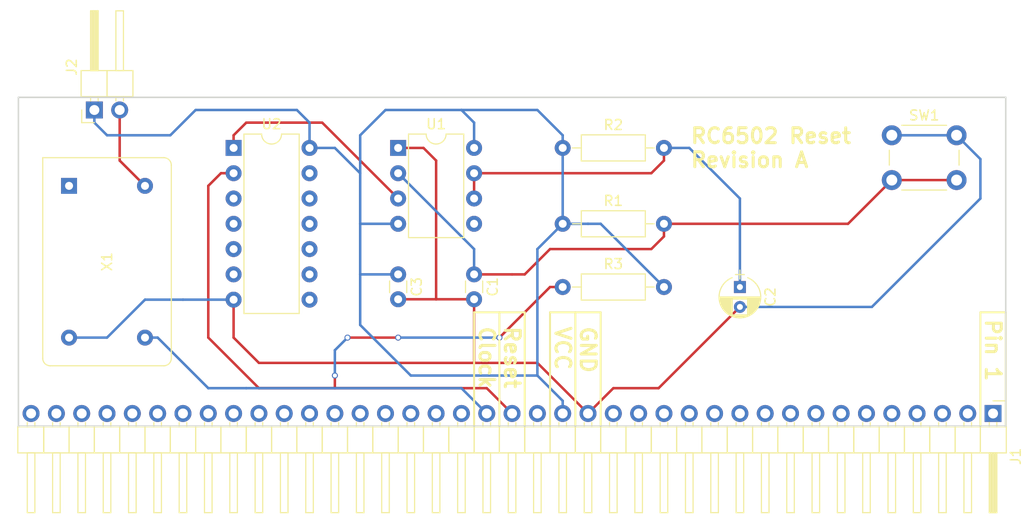
<source format=kicad_pcb>
(kicad_pcb (version 4) (host pcbnew 4.0.6)

  (general
    (links 28)
    (no_connects 0)
    (area 92.634999 114.224999 191.845001 147.395001)
    (thickness 1.6)
    (drawings 23)
    (tracks 103)
    (zones 0)
    (modules 12)
    (nets 9)
  )

  (page A4)
  (layers
    (0 F.Cu signal)
    (31 B.Cu signal)
    (32 B.Adhes user)
    (33 F.Adhes user)
    (34 B.Paste user)
    (35 F.Paste user)
    (36 B.SilkS user)
    (37 F.SilkS user)
    (38 B.Mask user)
    (39 F.Mask user)
    (40 Dwgs.User user)
    (41 Cmts.User user)
    (42 Eco1.User user)
    (43 Eco2.User user)
    (44 Edge.Cuts user)
    (45 Margin user)
    (46 B.CrtYd user)
    (47 F.CrtYd user)
    (48 B.Fab user)
    (49 F.Fab user)
  )

  (setup
    (last_trace_width 0.25)
    (trace_clearance 0.2)
    (zone_clearance 0.508)
    (zone_45_only no)
    (trace_min 0.2)
    (segment_width 0.2)
    (edge_width 0.15)
    (via_size 0.6)
    (via_drill 0.4)
    (via_min_size 0.4)
    (via_min_drill 0.3)
    (uvia_size 0.3)
    (uvia_drill 0.1)
    (uvias_allowed no)
    (uvia_min_size 0.2)
    (uvia_min_drill 0.1)
    (pcb_text_width 0.3)
    (pcb_text_size 1.5 1.5)
    (mod_edge_width 0.15)
    (mod_text_size 1 1)
    (mod_text_width 0.15)
    (pad_size 1.524 1.524)
    (pad_drill 0.762)
    (pad_to_mask_clearance 0.2)
    (aux_axis_origin 0 0)
    (visible_elements 7FFFFFFF)
    (pcbplotparams
      (layerselection 0x00030_80000001)
      (usegerberextensions false)
      (excludeedgelayer true)
      (linewidth 0.100000)
      (plotframeref false)
      (viasonmask false)
      (mode 1)
      (useauxorigin false)
      (hpglpennumber 1)
      (hpglpenspeed 20)
      (hpglpendiameter 15)
      (hpglpenoverlay 2)
      (psnegative false)
      (psa4output false)
      (plotreference true)
      (plotvalue true)
      (plotinvisibletext false)
      (padsonsilk false)
      (subtractmaskfromsilk false)
      (outputformat 1)
      (mirror false)
      (drillshape 1)
      (scaleselection 1)
      (outputdirectory ""))
  )

  (net 0 "")
  (net 1 "Net-(C1-Pad1)")
  (net 2 GND)
  (net 3 "Net-(C2-Pad1)")
  (net 4 VCC)
  (net 5 RESET)
  (net 6 "Net-(U1-Pad3)")
  (net 7 CLOCK)
  (net 8 "Net-(J2-Pad2)")

  (net_class Default "This is the default net class."
    (clearance 0.2)
    (trace_width 0.25)
    (via_dia 0.6)
    (via_drill 0.4)
    (uvia_dia 0.3)
    (uvia_drill 0.1)
    (add_net CLOCK)
    (add_net GND)
    (add_net "Net-(C1-Pad1)")
    (add_net "Net-(C2-Pad1)")
    (add_net "Net-(J2-Pad2)")
    (add_net "Net-(U1-Pad3)")
    (add_net RESET)
    (add_net VCC)
  )

  (module Resistors_THT:R_Axial_DIN0207_L6.3mm_D2.5mm_P10.16mm_Horizontal (layer F.Cu) (tedit 5874F706) (tstamp 5909EF28)
    (at 147.32 127)
    (descr "Resistor, Axial_DIN0207 series, Axial, Horizontal, pin pitch=10.16mm, 0.25W = 1/4W, length*diameter=6.3*2.5mm^2, http://cdn-reichelt.de/documents/datenblatt/B400/1_4W%23YAG.pdf")
    (tags "Resistor Axial_DIN0207 series Axial Horizontal pin pitch 10.16mm 0.25W = 1/4W length 6.3mm diameter 2.5mm")
    (path /5909CC66)
    (fp_text reference R1 (at 5.08 -2.31) (layer F.SilkS)
      (effects (font (size 1 1) (thickness 0.15)))
    )
    (fp_text value 1M (at 5.08 2.31) (layer F.Fab)
      (effects (font (size 1 1) (thickness 0.15)))
    )
    (fp_line (start 1.93 -1.25) (end 1.93 1.25) (layer F.Fab) (width 0.1))
    (fp_line (start 1.93 1.25) (end 8.23 1.25) (layer F.Fab) (width 0.1))
    (fp_line (start 8.23 1.25) (end 8.23 -1.25) (layer F.Fab) (width 0.1))
    (fp_line (start 8.23 -1.25) (end 1.93 -1.25) (layer F.Fab) (width 0.1))
    (fp_line (start 0 0) (end 1.93 0) (layer F.Fab) (width 0.1))
    (fp_line (start 10.16 0) (end 8.23 0) (layer F.Fab) (width 0.1))
    (fp_line (start 1.87 -1.31) (end 1.87 1.31) (layer F.SilkS) (width 0.12))
    (fp_line (start 1.87 1.31) (end 8.29 1.31) (layer F.SilkS) (width 0.12))
    (fp_line (start 8.29 1.31) (end 8.29 -1.31) (layer F.SilkS) (width 0.12))
    (fp_line (start 8.29 -1.31) (end 1.87 -1.31) (layer F.SilkS) (width 0.12))
    (fp_line (start 0.98 0) (end 1.87 0) (layer F.SilkS) (width 0.12))
    (fp_line (start 9.18 0) (end 8.29 0) (layer F.SilkS) (width 0.12))
    (fp_line (start -1.05 -1.6) (end -1.05 1.6) (layer F.CrtYd) (width 0.05))
    (fp_line (start -1.05 1.6) (end 11.25 1.6) (layer F.CrtYd) (width 0.05))
    (fp_line (start 11.25 1.6) (end 11.25 -1.6) (layer F.CrtYd) (width 0.05))
    (fp_line (start 11.25 -1.6) (end -1.05 -1.6) (layer F.CrtYd) (width 0.05))
    (pad 1 thru_hole circle (at 0 0) (size 1.6 1.6) (drill 0.8) (layers *.Cu *.Mask)
      (net 4 VCC))
    (pad 2 thru_hole oval (at 10.16 0) (size 1.6 1.6) (drill 0.8) (layers *.Cu *.Mask)
      (net 1 "Net-(C1-Pad1)"))
    (model Resistors_THT.3dshapes/R_Axial_DIN0207_L6.3mm_D2.5mm_P10.16mm_Horizontal.wrl
      (at (xyz 0 0 0))
      (scale (xyz 0.393701 0.393701 0.393701))
      (rotate (xyz 0 0 0))
    )
  )

  (module Resistors_THT:R_Axial_DIN0207_L6.3mm_D2.5mm_P10.16mm_Horizontal (layer F.Cu) (tedit 5874F706) (tstamp 5909EF2E)
    (at 147.32 119.38)
    (descr "Resistor, Axial_DIN0207 series, Axial, Horizontal, pin pitch=10.16mm, 0.25W = 1/4W, length*diameter=6.3*2.5mm^2, http://cdn-reichelt.de/documents/datenblatt/B400/1_4W%23YAG.pdf")
    (tags "Resistor Axial_DIN0207 series Axial Horizontal pin pitch 10.16mm 0.25W = 1/4W length 6.3mm diameter 2.5mm")
    (path /5909D4EB)
    (fp_text reference R2 (at 5.08 -2.31) (layer F.SilkS)
      (effects (font (size 1 1) (thickness 0.15)))
    )
    (fp_text value 47k (at 5.08 2.31) (layer F.Fab)
      (effects (font (size 1 1) (thickness 0.15)))
    )
    (fp_line (start 1.93 -1.25) (end 1.93 1.25) (layer F.Fab) (width 0.1))
    (fp_line (start 1.93 1.25) (end 8.23 1.25) (layer F.Fab) (width 0.1))
    (fp_line (start 8.23 1.25) (end 8.23 -1.25) (layer F.Fab) (width 0.1))
    (fp_line (start 8.23 -1.25) (end 1.93 -1.25) (layer F.Fab) (width 0.1))
    (fp_line (start 0 0) (end 1.93 0) (layer F.Fab) (width 0.1))
    (fp_line (start 10.16 0) (end 8.23 0) (layer F.Fab) (width 0.1))
    (fp_line (start 1.87 -1.31) (end 1.87 1.31) (layer F.SilkS) (width 0.12))
    (fp_line (start 1.87 1.31) (end 8.29 1.31) (layer F.SilkS) (width 0.12))
    (fp_line (start 8.29 1.31) (end 8.29 -1.31) (layer F.SilkS) (width 0.12))
    (fp_line (start 8.29 -1.31) (end 1.87 -1.31) (layer F.SilkS) (width 0.12))
    (fp_line (start 0.98 0) (end 1.87 0) (layer F.SilkS) (width 0.12))
    (fp_line (start 9.18 0) (end 8.29 0) (layer F.SilkS) (width 0.12))
    (fp_line (start -1.05 -1.6) (end -1.05 1.6) (layer F.CrtYd) (width 0.05))
    (fp_line (start -1.05 1.6) (end 11.25 1.6) (layer F.CrtYd) (width 0.05))
    (fp_line (start 11.25 1.6) (end 11.25 -1.6) (layer F.CrtYd) (width 0.05))
    (fp_line (start 11.25 -1.6) (end -1.05 -1.6) (layer F.CrtYd) (width 0.05))
    (pad 1 thru_hole circle (at 0 0) (size 1.6 1.6) (drill 0.8) (layers *.Cu *.Mask)
      (net 4 VCC))
    (pad 2 thru_hole oval (at 10.16 0) (size 1.6 1.6) (drill 0.8) (layers *.Cu *.Mask)
      (net 3 "Net-(C2-Pad1)"))
    (model Resistors_THT.3dshapes/R_Axial_DIN0207_L6.3mm_D2.5mm_P10.16mm_Horizontal.wrl
      (at (xyz 0 0 0))
      (scale (xyz 0.393701 0.393701 0.393701))
      (rotate (xyz 0 0 0))
    )
  )

  (module Buttons_Switches_THT:SW_PUSH_6mm (layer F.Cu) (tedit 58134C96) (tstamp 5909EF36)
    (at 180.34 118.11)
    (descr https://www.omron.com/ecb/products/pdf/en-b3f.pdf)
    (tags "tact sw push 6mm")
    (path /5909ECDD)
    (fp_text reference SW1 (at 3.25 -2) (layer F.SilkS)
      (effects (font (size 1 1) (thickness 0.15)))
    )
    (fp_text value RESET (at 3.75 6.7) (layer F.Fab)
      (effects (font (size 1 1) (thickness 0.15)))
    )
    (fp_line (start 3.25 -0.75) (end 6.25 -0.75) (layer F.Fab) (width 0.1))
    (fp_line (start 6.25 -0.75) (end 6.25 5.25) (layer F.Fab) (width 0.1))
    (fp_line (start 6.25 5.25) (end 0.25 5.25) (layer F.Fab) (width 0.1))
    (fp_line (start 0.25 5.25) (end 0.25 -0.75) (layer F.Fab) (width 0.1))
    (fp_line (start 0.25 -0.75) (end 3.25 -0.75) (layer F.Fab) (width 0.1))
    (fp_line (start 7.75 6) (end 8 6) (layer F.CrtYd) (width 0.05))
    (fp_line (start 8 6) (end 8 5.75) (layer F.CrtYd) (width 0.05))
    (fp_line (start 7.75 -1.5) (end 8 -1.5) (layer F.CrtYd) (width 0.05))
    (fp_line (start 8 -1.5) (end 8 -1.25) (layer F.CrtYd) (width 0.05))
    (fp_line (start -1.5 -1.25) (end -1.5 -1.5) (layer F.CrtYd) (width 0.05))
    (fp_line (start -1.5 -1.5) (end -1.25 -1.5) (layer F.CrtYd) (width 0.05))
    (fp_line (start -1.5 5.75) (end -1.5 6) (layer F.CrtYd) (width 0.05))
    (fp_line (start -1.5 6) (end -1.25 6) (layer F.CrtYd) (width 0.05))
    (fp_line (start -1.25 -1.5) (end 7.75 -1.5) (layer F.CrtYd) (width 0.05))
    (fp_line (start -1.5 5.75) (end -1.5 -1.25) (layer F.CrtYd) (width 0.05))
    (fp_line (start 7.75 6) (end -1.25 6) (layer F.CrtYd) (width 0.05))
    (fp_line (start 8 -1.25) (end 8 5.75) (layer F.CrtYd) (width 0.05))
    (fp_line (start 1 5.5) (end 5.5 5.5) (layer F.SilkS) (width 0.12))
    (fp_line (start -0.25 1.5) (end -0.25 3) (layer F.SilkS) (width 0.12))
    (fp_line (start 5.5 -1) (end 1 -1) (layer F.SilkS) (width 0.12))
    (fp_line (start 6.75 3) (end 6.75 1.5) (layer F.SilkS) (width 0.12))
    (fp_circle (center 3.25 2.25) (end 1.25 2.5) (layer F.Fab) (width 0.1))
    (pad 2 thru_hole circle (at 0 4.5 90) (size 2 2) (drill 1.1) (layers *.Cu *.Mask)
      (net 1 "Net-(C1-Pad1)"))
    (pad 1 thru_hole circle (at 0 0 90) (size 2 2) (drill 1.1) (layers *.Cu *.Mask)
      (net 2 GND))
    (pad 2 thru_hole circle (at 6.5 4.5 90) (size 2 2) (drill 1.1) (layers *.Cu *.Mask)
      (net 1 "Net-(C1-Pad1)"))
    (pad 1 thru_hole circle (at 6.5 0 90) (size 2 2) (drill 1.1) (layers *.Cu *.Mask)
      (net 2 GND))
    (model Buttons_Switches_THT.3dshapes/SW_PUSH_6mm.wrl
      (at (xyz 0.005 0 0))
      (scale (xyz 0.3937 0.3937 0.3937))
      (rotate (xyz 0 0 0))
    )
  )

  (module Housings_DIP:DIP-8_W7.62mm (layer F.Cu) (tedit 58CC8E33) (tstamp 5909EF42)
    (at 130.81 119.38)
    (descr "8-lead dip package, row spacing 7.62 mm (300 mils)")
    (tags "DIL DIP PDIP 2.54mm 7.62mm 300mil")
    (path /590A44E3)
    (fp_text reference U1 (at 3.81 -2.39) (layer F.SilkS)
      (effects (font (size 1 1) (thickness 0.15)))
    )
    (fp_text value NE555 (at 3.81 10.01) (layer F.Fab)
      (effects (font (size 1 1) (thickness 0.15)))
    )
    (fp_text user %R (at 3.81 3.81) (layer F.Fab)
      (effects (font (size 1 1) (thickness 0.15)))
    )
    (fp_line (start 1.635 -1.27) (end 6.985 -1.27) (layer F.Fab) (width 0.1))
    (fp_line (start 6.985 -1.27) (end 6.985 8.89) (layer F.Fab) (width 0.1))
    (fp_line (start 6.985 8.89) (end 0.635 8.89) (layer F.Fab) (width 0.1))
    (fp_line (start 0.635 8.89) (end 0.635 -0.27) (layer F.Fab) (width 0.1))
    (fp_line (start 0.635 -0.27) (end 1.635 -1.27) (layer F.Fab) (width 0.1))
    (fp_line (start 2.81 -1.39) (end 1.04 -1.39) (layer F.SilkS) (width 0.12))
    (fp_line (start 1.04 -1.39) (end 1.04 9.01) (layer F.SilkS) (width 0.12))
    (fp_line (start 1.04 9.01) (end 6.58 9.01) (layer F.SilkS) (width 0.12))
    (fp_line (start 6.58 9.01) (end 6.58 -1.39) (layer F.SilkS) (width 0.12))
    (fp_line (start 6.58 -1.39) (end 4.81 -1.39) (layer F.SilkS) (width 0.12))
    (fp_line (start -1.1 -1.6) (end -1.1 9.2) (layer F.CrtYd) (width 0.05))
    (fp_line (start -1.1 9.2) (end 8.7 9.2) (layer F.CrtYd) (width 0.05))
    (fp_line (start 8.7 9.2) (end 8.7 -1.6) (layer F.CrtYd) (width 0.05))
    (fp_line (start 8.7 -1.6) (end -1.1 -1.6) (layer F.CrtYd) (width 0.05))
    (fp_arc (start 3.81 -1.39) (end 2.81 -1.39) (angle -180) (layer F.SilkS) (width 0.12))
    (pad 1 thru_hole rect (at 0 0) (size 1.6 1.6) (drill 0.8) (layers *.Cu *.Mask)
      (net 2 GND))
    (pad 5 thru_hole oval (at 7.62 7.62) (size 1.6 1.6) (drill 0.8) (layers *.Cu *.Mask))
    (pad 2 thru_hole oval (at 0 2.54) (size 1.6 1.6) (drill 0.8) (layers *.Cu *.Mask)
      (net 1 "Net-(C1-Pad1)"))
    (pad 6 thru_hole oval (at 7.62 5.08) (size 1.6 1.6) (drill 0.8) (layers *.Cu *.Mask)
      (net 3 "Net-(C2-Pad1)"))
    (pad 3 thru_hole oval (at 0 5.08) (size 1.6 1.6) (drill 0.8) (layers *.Cu *.Mask)
      (net 6 "Net-(U1-Pad3)"))
    (pad 7 thru_hole oval (at 7.62 2.54) (size 1.6 1.6) (drill 0.8) (layers *.Cu *.Mask)
      (net 3 "Net-(C2-Pad1)"))
    (pad 4 thru_hole oval (at 0 7.62) (size 1.6 1.6) (drill 0.8) (layers *.Cu *.Mask)
      (net 4 VCC))
    (pad 8 thru_hole oval (at 7.62 0) (size 1.6 1.6) (drill 0.8) (layers *.Cu *.Mask)
      (net 4 VCC))
    (model Housings_DIP.3dshapes/DIP-8_W7.62mm.wrl
      (at (xyz 0 0 0))
      (scale (xyz 1 1 1))
      (rotate (xyz 0 0 0))
    )
  )

  (module Housings_DIP:DIP-14_W7.62mm (layer F.Cu) (tedit 58CC8E2C) (tstamp 5909EF54)
    (at 114.3 119.38)
    (descr "14-lead dip package, row spacing 7.62 mm (300 mils)")
    (tags "DIL DIP PDIP 2.54mm 7.62mm 300mil")
    (path /5909E441)
    (fp_text reference U2 (at 3.81 -2.39) (layer F.SilkS)
      (effects (font (size 1 1) (thickness 0.15)))
    )
    (fp_text value 74LS04 (at 3.81 17.63) (layer F.Fab)
      (effects (font (size 1 1) (thickness 0.15)))
    )
    (fp_text user %R (at 3.81 7.62) (layer F.Fab)
      (effects (font (size 1 1) (thickness 0.15)))
    )
    (fp_line (start 1.635 -1.27) (end 6.985 -1.27) (layer F.Fab) (width 0.1))
    (fp_line (start 6.985 -1.27) (end 6.985 16.51) (layer F.Fab) (width 0.1))
    (fp_line (start 6.985 16.51) (end 0.635 16.51) (layer F.Fab) (width 0.1))
    (fp_line (start 0.635 16.51) (end 0.635 -0.27) (layer F.Fab) (width 0.1))
    (fp_line (start 0.635 -0.27) (end 1.635 -1.27) (layer F.Fab) (width 0.1))
    (fp_line (start 2.81 -1.39) (end 1.04 -1.39) (layer F.SilkS) (width 0.12))
    (fp_line (start 1.04 -1.39) (end 1.04 16.63) (layer F.SilkS) (width 0.12))
    (fp_line (start 1.04 16.63) (end 6.58 16.63) (layer F.SilkS) (width 0.12))
    (fp_line (start 6.58 16.63) (end 6.58 -1.39) (layer F.SilkS) (width 0.12))
    (fp_line (start 6.58 -1.39) (end 4.81 -1.39) (layer F.SilkS) (width 0.12))
    (fp_line (start -1.1 -1.6) (end -1.1 16.8) (layer F.CrtYd) (width 0.05))
    (fp_line (start -1.1 16.8) (end 8.7 16.8) (layer F.CrtYd) (width 0.05))
    (fp_line (start 8.7 16.8) (end 8.7 -1.6) (layer F.CrtYd) (width 0.05))
    (fp_line (start 8.7 -1.6) (end -1.1 -1.6) (layer F.CrtYd) (width 0.05))
    (fp_arc (start 3.81 -1.39) (end 2.81 -1.39) (angle -180) (layer F.SilkS) (width 0.12))
    (pad 1 thru_hole rect (at 0 0) (size 1.6 1.6) (drill 0.8) (layers *.Cu *.Mask)
      (net 6 "Net-(U1-Pad3)"))
    (pad 8 thru_hole oval (at 7.62 15.24) (size 1.6 1.6) (drill 0.8) (layers *.Cu *.Mask))
    (pad 2 thru_hole oval (at 0 2.54) (size 1.6 1.6) (drill 0.8) (layers *.Cu *.Mask)
      (net 5 RESET))
    (pad 9 thru_hole oval (at 7.62 12.7) (size 1.6 1.6) (drill 0.8) (layers *.Cu *.Mask))
    (pad 3 thru_hole oval (at 0 5.08) (size 1.6 1.6) (drill 0.8) (layers *.Cu *.Mask))
    (pad 10 thru_hole oval (at 7.62 10.16) (size 1.6 1.6) (drill 0.8) (layers *.Cu *.Mask))
    (pad 4 thru_hole oval (at 0 7.62) (size 1.6 1.6) (drill 0.8) (layers *.Cu *.Mask))
    (pad 11 thru_hole oval (at 7.62 7.62) (size 1.6 1.6) (drill 0.8) (layers *.Cu *.Mask))
    (pad 5 thru_hole oval (at 0 10.16) (size 1.6 1.6) (drill 0.8) (layers *.Cu *.Mask))
    (pad 12 thru_hole oval (at 7.62 5.08) (size 1.6 1.6) (drill 0.8) (layers *.Cu *.Mask))
    (pad 6 thru_hole oval (at 0 12.7) (size 1.6 1.6) (drill 0.8) (layers *.Cu *.Mask))
    (pad 13 thru_hole oval (at 7.62 2.54) (size 1.6 1.6) (drill 0.8) (layers *.Cu *.Mask))
    (pad 7 thru_hole oval (at 0 15.24) (size 1.6 1.6) (drill 0.8) (layers *.Cu *.Mask)
      (net 2 GND))
    (pad 14 thru_hole oval (at 7.62 0) (size 1.6 1.6) (drill 0.8) (layers *.Cu *.Mask)
      (net 4 VCC))
    (model Housings_DIP.3dshapes/DIP-14_W7.62mm.wrl
      (at (xyz 0 0 0))
      (scale (xyz 1 1 1))
      (rotate (xyz 0 0 0))
    )
  )

  (module Capacitors_THT:C_Disc_D3.0mm_W1.6mm_P2.50mm (layer F.Cu) (tedit 58765D06) (tstamp 5909F282)
    (at 138.43 132.08 270)
    (descr "C, Disc series, Radial, pin pitch=2.50mm, , diameter*width=3.0*1.6mm^2, Capacitor, http://www.vishay.com/docs/45233/krseries.pdf")
    (tags "C Disc series Radial pin pitch 2.50mm  diameter 3.0mm width 1.6mm Capacitor")
    (path /5909CD8B)
    (fp_text reference C1 (at 1.25 -1.86 270) (layer F.SilkS)
      (effects (font (size 1 1) (thickness 0.15)))
    )
    (fp_text value 100nF (at 1.25 1.86 270) (layer F.Fab)
      (effects (font (size 1 1) (thickness 0.15)))
    )
    (fp_line (start -0.25 -0.8) (end -0.25 0.8) (layer F.Fab) (width 0.1))
    (fp_line (start -0.25 0.8) (end 2.75 0.8) (layer F.Fab) (width 0.1))
    (fp_line (start 2.75 0.8) (end 2.75 -0.8) (layer F.Fab) (width 0.1))
    (fp_line (start 2.75 -0.8) (end -0.25 -0.8) (layer F.Fab) (width 0.1))
    (fp_line (start 0.663 -0.861) (end 1.837 -0.861) (layer F.SilkS) (width 0.12))
    (fp_line (start 0.663 0.861) (end 1.837 0.861) (layer F.SilkS) (width 0.12))
    (fp_line (start -1.05 -1.15) (end -1.05 1.15) (layer F.CrtYd) (width 0.05))
    (fp_line (start -1.05 1.15) (end 3.55 1.15) (layer F.CrtYd) (width 0.05))
    (fp_line (start 3.55 1.15) (end 3.55 -1.15) (layer F.CrtYd) (width 0.05))
    (fp_line (start 3.55 -1.15) (end -1.05 -1.15) (layer F.CrtYd) (width 0.05))
    (pad 1 thru_hole circle (at 0 0 270) (size 1.6 1.6) (drill 0.8) (layers *.Cu *.Mask)
      (net 1 "Net-(C1-Pad1)"))
    (pad 2 thru_hole circle (at 2.5 0 270) (size 1.6 1.6) (drill 0.8) (layers *.Cu *.Mask)
      (net 2 GND))
    (model Capacitors_THT.3dshapes/C_Disc_D3.0mm_W1.6mm_P2.50mm.wrl
      (at (xyz 0 0 0))
      (scale (xyz 0.393701 0.393701 0.393701))
      (rotate (xyz 0 0 0))
    )
  )

  (module Capacitors_THT:CP_Radial_D4.0mm_P2.00mm (layer F.Cu) (tedit 58765D06) (tstamp 5909F287)
    (at 165.1 133.35 270)
    (descr "CP, Radial series, Radial, pin pitch=2.00mm, , diameter=4mm, Electrolytic Capacitor")
    (tags "CP Radial series Radial pin pitch 2.00mm  diameter 4mm Electrolytic Capacitor")
    (path /5909D5AC)
    (fp_text reference C2 (at 1 -3.06 270) (layer F.SilkS)
      (effects (font (size 1 1) (thickness 0.15)))
    )
    (fp_text value 10uF (at 1 3.06 270) (layer F.Fab)
      (effects (font (size 1 1) (thickness 0.15)))
    )
    (fp_arc (start 1 0) (end -0.938995 -0.78) (angle 136.2) (layer F.SilkS) (width 0.12))
    (fp_arc (start 1 0) (end -0.938995 0.78) (angle -136.2) (layer F.SilkS) (width 0.12))
    (fp_arc (start 1 0) (end 2.938995 -0.78) (angle 43.8) (layer F.SilkS) (width 0.12))
    (fp_circle (center 1 0) (end 3 0) (layer F.Fab) (width 0.1))
    (fp_line (start -1.7 0) (end -0.8 0) (layer F.Fab) (width 0.1))
    (fp_line (start -1.25 -0.45) (end -1.25 0.45) (layer F.Fab) (width 0.1))
    (fp_line (start 1 -2.05) (end 1 2.05) (layer F.SilkS) (width 0.12))
    (fp_line (start 1.04 -2.05) (end 1.04 2.05) (layer F.SilkS) (width 0.12))
    (fp_line (start 1.08 -2.049) (end 1.08 2.049) (layer F.SilkS) (width 0.12))
    (fp_line (start 1.12 -2.047) (end 1.12 2.047) (layer F.SilkS) (width 0.12))
    (fp_line (start 1.16 -2.044) (end 1.16 2.044) (layer F.SilkS) (width 0.12))
    (fp_line (start 1.2 -2.041) (end 1.2 2.041) (layer F.SilkS) (width 0.12))
    (fp_line (start 1.24 -2.037) (end 1.24 -0.78) (layer F.SilkS) (width 0.12))
    (fp_line (start 1.24 0.78) (end 1.24 2.037) (layer F.SilkS) (width 0.12))
    (fp_line (start 1.28 -2.032) (end 1.28 -0.78) (layer F.SilkS) (width 0.12))
    (fp_line (start 1.28 0.78) (end 1.28 2.032) (layer F.SilkS) (width 0.12))
    (fp_line (start 1.32 -2.026) (end 1.32 -0.78) (layer F.SilkS) (width 0.12))
    (fp_line (start 1.32 0.78) (end 1.32 2.026) (layer F.SilkS) (width 0.12))
    (fp_line (start 1.36 -2.019) (end 1.36 -0.78) (layer F.SilkS) (width 0.12))
    (fp_line (start 1.36 0.78) (end 1.36 2.019) (layer F.SilkS) (width 0.12))
    (fp_line (start 1.4 -2.012) (end 1.4 -0.78) (layer F.SilkS) (width 0.12))
    (fp_line (start 1.4 0.78) (end 1.4 2.012) (layer F.SilkS) (width 0.12))
    (fp_line (start 1.44 -2.004) (end 1.44 -0.78) (layer F.SilkS) (width 0.12))
    (fp_line (start 1.44 0.78) (end 1.44 2.004) (layer F.SilkS) (width 0.12))
    (fp_line (start 1.48 -1.995) (end 1.48 -0.78) (layer F.SilkS) (width 0.12))
    (fp_line (start 1.48 0.78) (end 1.48 1.995) (layer F.SilkS) (width 0.12))
    (fp_line (start 1.52 -1.985) (end 1.52 -0.78) (layer F.SilkS) (width 0.12))
    (fp_line (start 1.52 0.78) (end 1.52 1.985) (layer F.SilkS) (width 0.12))
    (fp_line (start 1.56 -1.974) (end 1.56 -0.78) (layer F.SilkS) (width 0.12))
    (fp_line (start 1.56 0.78) (end 1.56 1.974) (layer F.SilkS) (width 0.12))
    (fp_line (start 1.6 -1.963) (end 1.6 -0.78) (layer F.SilkS) (width 0.12))
    (fp_line (start 1.6 0.78) (end 1.6 1.963) (layer F.SilkS) (width 0.12))
    (fp_line (start 1.64 -1.95) (end 1.64 -0.78) (layer F.SilkS) (width 0.12))
    (fp_line (start 1.64 0.78) (end 1.64 1.95) (layer F.SilkS) (width 0.12))
    (fp_line (start 1.68 -1.937) (end 1.68 -0.78) (layer F.SilkS) (width 0.12))
    (fp_line (start 1.68 0.78) (end 1.68 1.937) (layer F.SilkS) (width 0.12))
    (fp_line (start 1.721 -1.923) (end 1.721 -0.78) (layer F.SilkS) (width 0.12))
    (fp_line (start 1.721 0.78) (end 1.721 1.923) (layer F.SilkS) (width 0.12))
    (fp_line (start 1.761 -1.907) (end 1.761 -0.78) (layer F.SilkS) (width 0.12))
    (fp_line (start 1.761 0.78) (end 1.761 1.907) (layer F.SilkS) (width 0.12))
    (fp_line (start 1.801 -1.891) (end 1.801 -0.78) (layer F.SilkS) (width 0.12))
    (fp_line (start 1.801 0.78) (end 1.801 1.891) (layer F.SilkS) (width 0.12))
    (fp_line (start 1.841 -1.874) (end 1.841 -0.78) (layer F.SilkS) (width 0.12))
    (fp_line (start 1.841 0.78) (end 1.841 1.874) (layer F.SilkS) (width 0.12))
    (fp_line (start 1.881 -1.856) (end 1.881 -0.78) (layer F.SilkS) (width 0.12))
    (fp_line (start 1.881 0.78) (end 1.881 1.856) (layer F.SilkS) (width 0.12))
    (fp_line (start 1.921 -1.837) (end 1.921 -0.78) (layer F.SilkS) (width 0.12))
    (fp_line (start 1.921 0.78) (end 1.921 1.837) (layer F.SilkS) (width 0.12))
    (fp_line (start 1.961 -1.817) (end 1.961 -0.78) (layer F.SilkS) (width 0.12))
    (fp_line (start 1.961 0.78) (end 1.961 1.817) (layer F.SilkS) (width 0.12))
    (fp_line (start 2.001 -1.796) (end 2.001 -0.78) (layer F.SilkS) (width 0.12))
    (fp_line (start 2.001 0.78) (end 2.001 1.796) (layer F.SilkS) (width 0.12))
    (fp_line (start 2.041 -1.773) (end 2.041 -0.78) (layer F.SilkS) (width 0.12))
    (fp_line (start 2.041 0.78) (end 2.041 1.773) (layer F.SilkS) (width 0.12))
    (fp_line (start 2.081 -1.75) (end 2.081 -0.78) (layer F.SilkS) (width 0.12))
    (fp_line (start 2.081 0.78) (end 2.081 1.75) (layer F.SilkS) (width 0.12))
    (fp_line (start 2.121 -1.725) (end 2.121 -0.78) (layer F.SilkS) (width 0.12))
    (fp_line (start 2.121 0.78) (end 2.121 1.725) (layer F.SilkS) (width 0.12))
    (fp_line (start 2.161 -1.699) (end 2.161 -0.78) (layer F.SilkS) (width 0.12))
    (fp_line (start 2.161 0.78) (end 2.161 1.699) (layer F.SilkS) (width 0.12))
    (fp_line (start 2.201 -1.672) (end 2.201 -0.78) (layer F.SilkS) (width 0.12))
    (fp_line (start 2.201 0.78) (end 2.201 1.672) (layer F.SilkS) (width 0.12))
    (fp_line (start 2.241 -1.643) (end 2.241 -0.78) (layer F.SilkS) (width 0.12))
    (fp_line (start 2.241 0.78) (end 2.241 1.643) (layer F.SilkS) (width 0.12))
    (fp_line (start 2.281 -1.613) (end 2.281 -0.78) (layer F.SilkS) (width 0.12))
    (fp_line (start 2.281 0.78) (end 2.281 1.613) (layer F.SilkS) (width 0.12))
    (fp_line (start 2.321 -1.581) (end 2.321 -0.78) (layer F.SilkS) (width 0.12))
    (fp_line (start 2.321 0.78) (end 2.321 1.581) (layer F.SilkS) (width 0.12))
    (fp_line (start 2.361 -1.547) (end 2.361 -0.78) (layer F.SilkS) (width 0.12))
    (fp_line (start 2.361 0.78) (end 2.361 1.547) (layer F.SilkS) (width 0.12))
    (fp_line (start 2.401 -1.512) (end 2.401 -0.78) (layer F.SilkS) (width 0.12))
    (fp_line (start 2.401 0.78) (end 2.401 1.512) (layer F.SilkS) (width 0.12))
    (fp_line (start 2.441 -1.475) (end 2.441 -0.78) (layer F.SilkS) (width 0.12))
    (fp_line (start 2.441 0.78) (end 2.441 1.475) (layer F.SilkS) (width 0.12))
    (fp_line (start 2.481 -1.436) (end 2.481 -0.78) (layer F.SilkS) (width 0.12))
    (fp_line (start 2.481 0.78) (end 2.481 1.436) (layer F.SilkS) (width 0.12))
    (fp_line (start 2.521 -1.395) (end 2.521 -0.78) (layer F.SilkS) (width 0.12))
    (fp_line (start 2.521 0.78) (end 2.521 1.395) (layer F.SilkS) (width 0.12))
    (fp_line (start 2.561 -1.351) (end 2.561 -0.78) (layer F.SilkS) (width 0.12))
    (fp_line (start 2.561 0.78) (end 2.561 1.351) (layer F.SilkS) (width 0.12))
    (fp_line (start 2.601 -1.305) (end 2.601 -0.78) (layer F.SilkS) (width 0.12))
    (fp_line (start 2.601 0.78) (end 2.601 1.305) (layer F.SilkS) (width 0.12))
    (fp_line (start 2.641 -1.256) (end 2.641 -0.78) (layer F.SilkS) (width 0.12))
    (fp_line (start 2.641 0.78) (end 2.641 1.256) (layer F.SilkS) (width 0.12))
    (fp_line (start 2.681 -1.204) (end 2.681 -0.78) (layer F.SilkS) (width 0.12))
    (fp_line (start 2.681 0.78) (end 2.681 1.204) (layer F.SilkS) (width 0.12))
    (fp_line (start 2.721 -1.148) (end 2.721 -0.78) (layer F.SilkS) (width 0.12))
    (fp_line (start 2.721 0.78) (end 2.721 1.148) (layer F.SilkS) (width 0.12))
    (fp_line (start 2.761 -1.088) (end 2.761 -0.78) (layer F.SilkS) (width 0.12))
    (fp_line (start 2.761 0.78) (end 2.761 1.088) (layer F.SilkS) (width 0.12))
    (fp_line (start 2.801 -1.023) (end 2.801 1.023) (layer F.SilkS) (width 0.12))
    (fp_line (start 2.841 -0.952) (end 2.841 0.952) (layer F.SilkS) (width 0.12))
    (fp_line (start 2.881 -0.874) (end 2.881 0.874) (layer F.SilkS) (width 0.12))
    (fp_line (start 2.921 -0.786) (end 2.921 0.786) (layer F.SilkS) (width 0.12))
    (fp_line (start 2.961 -0.686) (end 2.961 0.686) (layer F.SilkS) (width 0.12))
    (fp_line (start 3.001 -0.567) (end 3.001 0.567) (layer F.SilkS) (width 0.12))
    (fp_line (start 3.041 -0.415) (end 3.041 0.415) (layer F.SilkS) (width 0.12))
    (fp_line (start 3.081 -0.165) (end 3.081 0.165) (layer F.SilkS) (width 0.12))
    (fp_line (start -1.7 0) (end -0.8 0) (layer F.SilkS) (width 0.12))
    (fp_line (start -1.25 -0.45) (end -1.25 0.45) (layer F.SilkS) (width 0.12))
    (fp_line (start -1.35 -2.35) (end -1.35 2.35) (layer F.CrtYd) (width 0.05))
    (fp_line (start -1.35 2.35) (end 3.35 2.35) (layer F.CrtYd) (width 0.05))
    (fp_line (start 3.35 2.35) (end 3.35 -2.35) (layer F.CrtYd) (width 0.05))
    (fp_line (start 3.35 -2.35) (end -1.35 -2.35) (layer F.CrtYd) (width 0.05))
    (pad 1 thru_hole rect (at 0 0 270) (size 1.2 1.2) (drill 0.6) (layers *.Cu *.Mask)
      (net 3 "Net-(C2-Pad1)"))
    (pad 2 thru_hole circle (at 2 0 270) (size 1.2 1.2) (drill 0.6) (layers *.Cu *.Mask)
      (net 2 GND))
    (model Capacitors_THT.3dshapes/CP_Radial_D4.0mm_P2.00mm.wrl
      (at (xyz 0 0 0))
      (scale (xyz 0.393701 0.393701 0.393701))
      (rotate (xyz 0 0 0))
    )
  )

  (module Capacitors_THT:C_Disc_D3.0mm_W1.6mm_P2.50mm (layer F.Cu) (tedit 58765D06) (tstamp 5909F28C)
    (at 130.81 132.08 270)
    (descr "C, Disc series, Radial, pin pitch=2.50mm, , diameter*width=3.0*1.6mm^2, Capacitor, http://www.vishay.com/docs/45233/krseries.pdf")
    (tags "C Disc series Radial pin pitch 2.50mm  diameter 3.0mm width 1.6mm Capacitor")
    (path /5909D33C)
    (fp_text reference C3 (at 1.25 -1.86 270) (layer F.SilkS)
      (effects (font (size 1 1) (thickness 0.15)))
    )
    (fp_text value 100nF (at 1.25 1.86 270) (layer F.Fab)
      (effects (font (size 1 1) (thickness 0.15)))
    )
    (fp_line (start -0.25 -0.8) (end -0.25 0.8) (layer F.Fab) (width 0.1))
    (fp_line (start -0.25 0.8) (end 2.75 0.8) (layer F.Fab) (width 0.1))
    (fp_line (start 2.75 0.8) (end 2.75 -0.8) (layer F.Fab) (width 0.1))
    (fp_line (start 2.75 -0.8) (end -0.25 -0.8) (layer F.Fab) (width 0.1))
    (fp_line (start 0.663 -0.861) (end 1.837 -0.861) (layer F.SilkS) (width 0.12))
    (fp_line (start 0.663 0.861) (end 1.837 0.861) (layer F.SilkS) (width 0.12))
    (fp_line (start -1.05 -1.15) (end -1.05 1.15) (layer F.CrtYd) (width 0.05))
    (fp_line (start -1.05 1.15) (end 3.55 1.15) (layer F.CrtYd) (width 0.05))
    (fp_line (start 3.55 1.15) (end 3.55 -1.15) (layer F.CrtYd) (width 0.05))
    (fp_line (start 3.55 -1.15) (end -1.05 -1.15) (layer F.CrtYd) (width 0.05))
    (pad 1 thru_hole circle (at 0 0 270) (size 1.6 1.6) (drill 0.8) (layers *.Cu *.Mask)
      (net 4 VCC))
    (pad 2 thru_hole circle (at 2.5 0 270) (size 1.6 1.6) (drill 0.8) (layers *.Cu *.Mask)
      (net 2 GND))
    (model Capacitors_THT.3dshapes/C_Disc_D3.0mm_W1.6mm_P2.50mm.wrl
      (at (xyz 0 0 0))
      (scale (xyz 0.393701 0.393701 0.393701))
      (rotate (xyz 0 0 0))
    )
  )

  (module Resistors_THT:R_Axial_DIN0207_L6.3mm_D2.5mm_P10.16mm_Horizontal (layer F.Cu) (tedit 5874F706) (tstamp 5909F42C)
    (at 147.32 133.35)
    (descr "Resistor, Axial_DIN0207 series, Axial, Horizontal, pin pitch=10.16mm, 0.25W = 1/4W, length*diameter=6.3*2.5mm^2, http://cdn-reichelt.de/documents/datenblatt/B400/1_4W%23YAG.pdf")
    (tags "Resistor Axial_DIN0207 series Axial Horizontal pin pitch 10.16mm 0.25W = 1/4W length 6.3mm diameter 2.5mm")
    (path /590A060A)
    (fp_text reference R3 (at 5.08 -2.31) (layer F.SilkS)
      (effects (font (size 1 1) (thickness 0.15)))
    )
    (fp_text value 1k (at 5.08 2.31) (layer F.Fab)
      (effects (font (size 1 1) (thickness 0.15)))
    )
    (fp_line (start 1.93 -1.25) (end 1.93 1.25) (layer F.Fab) (width 0.1))
    (fp_line (start 1.93 1.25) (end 8.23 1.25) (layer F.Fab) (width 0.1))
    (fp_line (start 8.23 1.25) (end 8.23 -1.25) (layer F.Fab) (width 0.1))
    (fp_line (start 8.23 -1.25) (end 1.93 -1.25) (layer F.Fab) (width 0.1))
    (fp_line (start 0 0) (end 1.93 0) (layer F.Fab) (width 0.1))
    (fp_line (start 10.16 0) (end 8.23 0) (layer F.Fab) (width 0.1))
    (fp_line (start 1.87 -1.31) (end 1.87 1.31) (layer F.SilkS) (width 0.12))
    (fp_line (start 1.87 1.31) (end 8.29 1.31) (layer F.SilkS) (width 0.12))
    (fp_line (start 8.29 1.31) (end 8.29 -1.31) (layer F.SilkS) (width 0.12))
    (fp_line (start 8.29 -1.31) (end 1.87 -1.31) (layer F.SilkS) (width 0.12))
    (fp_line (start 0.98 0) (end 1.87 0) (layer F.SilkS) (width 0.12))
    (fp_line (start 9.18 0) (end 8.29 0) (layer F.SilkS) (width 0.12))
    (fp_line (start -1.05 -1.6) (end -1.05 1.6) (layer F.CrtYd) (width 0.05))
    (fp_line (start -1.05 1.6) (end 11.25 1.6) (layer F.CrtYd) (width 0.05))
    (fp_line (start 11.25 1.6) (end 11.25 -1.6) (layer F.CrtYd) (width 0.05))
    (fp_line (start 11.25 -1.6) (end -1.05 -1.6) (layer F.CrtYd) (width 0.05))
    (pad 1 thru_hole circle (at 0 0) (size 1.6 1.6) (drill 0.8) (layers *.Cu *.Mask)
      (net 5 RESET))
    (pad 2 thru_hole oval (at 10.16 0) (size 1.6 1.6) (drill 0.8) (layers *.Cu *.Mask)
      (net 4 VCC))
    (model Resistors_THT.3dshapes/R_Axial_DIN0207_L6.3mm_D2.5mm_P10.16mm_Horizontal.wrl
      (at (xyz 0 0 0))
      (scale (xyz 0.393701 0.393701 0.393701))
      (rotate (xyz 0 0 0))
    )
  )

  (module Pin_Headers:Pin_Header_Angled_1x02_Pitch2.54mm (layer F.Cu) (tedit 590B9D33) (tstamp 590A0561)
    (at 100.33 115.57 90)
    (descr "Through hole angled pin header, 1x02, 2.54mm pitch, 6mm pin length, single row")
    (tags "Through hole angled pin header THT 1x02 2.54mm single row")
    (path /590A1B9F)
    (fp_text reference J2 (at 4.315 -2.27 90) (layer F.SilkS)
      (effects (font (size 1 1) (thickness 0.15)))
    )
    (fp_text value "XTAL Enable" (at 6.35 6.35 90) (layer F.Fab)
      (effects (font (size 1 1) (thickness 0.15)))
    )
    (fp_line (start 1.4 -1.27) (end 1.4 1.27) (layer F.Fab) (width 0.1))
    (fp_line (start 1.4 1.27) (end 3.9 1.27) (layer F.Fab) (width 0.1))
    (fp_line (start 3.9 1.27) (end 3.9 -1.27) (layer F.Fab) (width 0.1))
    (fp_line (start 3.9 -1.27) (end 1.4 -1.27) (layer F.Fab) (width 0.1))
    (fp_line (start 0 -0.32) (end 0 0.32) (layer F.Fab) (width 0.1))
    (fp_line (start 0 0.32) (end 9.9 0.32) (layer F.Fab) (width 0.1))
    (fp_line (start 9.9 0.32) (end 9.9 -0.32) (layer F.Fab) (width 0.1))
    (fp_line (start 9.9 -0.32) (end 0 -0.32) (layer F.Fab) (width 0.1))
    (fp_line (start 1.4 1.27) (end 1.4 3.81) (layer F.Fab) (width 0.1))
    (fp_line (start 1.4 3.81) (end 3.9 3.81) (layer F.Fab) (width 0.1))
    (fp_line (start 3.9 3.81) (end 3.9 1.27) (layer F.Fab) (width 0.1))
    (fp_line (start 3.9 1.27) (end 1.4 1.27) (layer F.Fab) (width 0.1))
    (fp_line (start 0 2.22) (end 0 2.86) (layer F.Fab) (width 0.1))
    (fp_line (start 0 2.86) (end 9.9 2.86) (layer F.Fab) (width 0.1))
    (fp_line (start 9.9 2.86) (end 9.9 2.22) (layer F.Fab) (width 0.1))
    (fp_line (start 9.9 2.22) (end 0 2.22) (layer F.Fab) (width 0.1))
    (fp_line (start 1.34 -1.33) (end 1.34 1.27) (layer F.SilkS) (width 0.12))
    (fp_line (start 1.34 1.27) (end 3.96 1.27) (layer F.SilkS) (width 0.12))
    (fp_line (start 3.96 1.27) (end 3.96 -1.33) (layer F.SilkS) (width 0.12))
    (fp_line (start 3.96 -1.33) (end 1.34 -1.33) (layer F.SilkS) (width 0.12))
    (fp_line (start 3.96 -0.38) (end 3.96 0.38) (layer F.SilkS) (width 0.12))
    (fp_line (start 3.96 0.38) (end 9.96 0.38) (layer F.SilkS) (width 0.12))
    (fp_line (start 9.96 0.38) (end 9.96 -0.38) (layer F.SilkS) (width 0.12))
    (fp_line (start 9.96 -0.38) (end 3.96 -0.38) (layer F.SilkS) (width 0.12))
    (fp_line (start 0.91 -0.38) (end 1.34 -0.38) (layer F.SilkS) (width 0.12))
    (fp_line (start 0.91 0.38) (end 1.34 0.38) (layer F.SilkS) (width 0.12))
    (fp_line (start 3.96 -0.26) (end 9.96 -0.26) (layer F.SilkS) (width 0.12))
    (fp_line (start 3.96 -0.14) (end 9.96 -0.14) (layer F.SilkS) (width 0.12))
    (fp_line (start 3.96 -0.02) (end 9.96 -0.02) (layer F.SilkS) (width 0.12))
    (fp_line (start 3.96 0.1) (end 9.96 0.1) (layer F.SilkS) (width 0.12))
    (fp_line (start 3.96 0.22) (end 9.96 0.22) (layer F.SilkS) (width 0.12))
    (fp_line (start 3.96 0.34) (end 9.96 0.34) (layer F.SilkS) (width 0.12))
    (fp_line (start 1.34 1.27) (end 1.34 3.87) (layer F.SilkS) (width 0.12))
    (fp_line (start 1.34 3.87) (end 3.96 3.87) (layer F.SilkS) (width 0.12))
    (fp_line (start 3.96 3.87) (end 3.96 1.27) (layer F.SilkS) (width 0.12))
    (fp_line (start 3.96 1.27) (end 1.34 1.27) (layer F.SilkS) (width 0.12))
    (fp_line (start 3.96 2.16) (end 3.96 2.92) (layer F.SilkS) (width 0.12))
    (fp_line (start 3.96 2.92) (end 9.96 2.92) (layer F.SilkS) (width 0.12))
    (fp_line (start 9.96 2.92) (end 9.96 2.16) (layer F.SilkS) (width 0.12))
    (fp_line (start 9.96 2.16) (end 3.96 2.16) (layer F.SilkS) (width 0.12))
    (fp_line (start 0.91 2.16) (end 1.34 2.16) (layer F.SilkS) (width 0.12))
    (fp_line (start 0.91 2.92) (end 1.34 2.92) (layer F.SilkS) (width 0.12))
    (fp_line (start -1.27 0) (end -1.27 -1.27) (layer F.SilkS) (width 0.12))
    (fp_line (start -1.27 -1.27) (end 0 -1.27) (layer F.SilkS) (width 0.12))
    (fp_line (start -1.8 -1.8) (end -1.8 4.35) (layer F.CrtYd) (width 0.05))
    (fp_line (start -1.8 4.35) (end 10.4 4.35) (layer F.CrtYd) (width 0.05))
    (fp_line (start 10.4 4.35) (end 10.4 -1.8) (layer F.CrtYd) (width 0.05))
    (fp_line (start 10.4 -1.8) (end -1.8 -1.8) (layer F.CrtYd) (width 0.05))
    (fp_text user %R (at 4.315 -2.27 90) (layer F.Fab)
      (effects (font (size 1 1) (thickness 0.15)))
    )
    (pad 1 thru_hole rect (at 0 0 90) (size 1.7 1.7) (drill 1) (layers *.Cu *.Mask)
      (net 4 VCC))
    (pad 2 thru_hole oval (at 0 2.54 90) (size 1.7 1.7) (drill 1) (layers *.Cu *.Mask)
      (net 8 "Net-(J2-Pad2)"))
    (model ${KISYS3DMOD}/Pin_Headers.3dshapes/Pin_Header_Angled_1x02_Pitch2.54mm.wrl
      (at (xyz 0 -0.05 0))
      (scale (xyz 1 1 1))
      (rotate (xyz 0 0 90))
    )
  )

  (module Oscillators:Oscillator_DIP-14 (layer F.Cu) (tedit 590A066A) (tstamp 590A0569)
    (at 97.79 123.19 270)
    (descr "Oscillator, DIP14, http://cdn-reichelt.de/documents/datenblatt/B400/OSZI.pdf")
    (tags oscillator)
    (path /590A1756)
    (fp_text reference X1 (at 7.62 -3.81 270) (layer F.SilkS)
      (effects (font (size 1 1) (thickness 0.15)))
    )
    (fp_text value 1MHz (at -3.81 -3.81 360) (layer F.Fab)
      (effects (font (size 1 1) (thickness 0.15)))
    )
    (fp_text user %R (at 7.62 -3.81 270) (layer F.Fab)
      (effects (font (size 1 1) (thickness 0.15)))
    )
    (fp_line (start 18.22 2.79) (end 18.22 -10.41) (layer F.CrtYd) (width 0.05))
    (fp_line (start 18.22 -10.41) (end -2.98 -10.41) (layer F.CrtYd) (width 0.05))
    (fp_line (start -2.98 -10.41) (end -2.98 2.79) (layer F.CrtYd) (width 0.05))
    (fp_line (start -2.98 2.79) (end 18.22 2.79) (layer F.CrtYd) (width 0.05))
    (fp_line (start 16.97 1.19) (end 16.97 -8.81) (layer F.Fab) (width 0.1))
    (fp_line (start -1.38 -9.16) (end 16.62 -9.16) (layer F.Fab) (width 0.1))
    (fp_line (start -1.73 1.54) (end -1.73 -8.81) (layer F.Fab) (width 0.1))
    (fp_line (start -1.73 1.54) (end 16.62 1.54) (layer F.Fab) (width 0.1))
    (fp_line (start -2.83 -9.51) (end -2.83 2.64) (layer F.SilkS) (width 0.12))
    (fp_line (start 17.32 -10.26) (end -2.08 -10.26) (layer F.SilkS) (width 0.12))
    (fp_line (start 18.07 1.89) (end 18.07 -9.51) (layer F.SilkS) (width 0.12))
    (fp_line (start -2.83 2.64) (end 17.32 2.64) (layer F.SilkS) (width 0.12))
    (fp_line (start -2.73 2.54) (end 17.32 2.54) (layer F.Fab) (width 0.1))
    (fp_line (start 17.97 -9.51) (end 17.97 1.89) (layer F.Fab) (width 0.1))
    (fp_line (start -2.08 -10.16) (end 17.32 -10.16) (layer F.Fab) (width 0.1))
    (fp_line (start -2.73 2.54) (end -2.73 -9.51) (layer F.Fab) (width 0.1))
    (fp_arc (start 16.62 1.19) (end 16.97 1.19) (angle 90) (layer F.Fab) (width 0.1))
    (fp_arc (start 16.62 -8.81) (end 16.62 -9.16) (angle 90) (layer F.Fab) (width 0.1))
    (fp_arc (start -1.38 -8.81) (end -1.73 -8.81) (angle 90) (layer F.Fab) (width 0.1))
    (fp_arc (start 17.32 1.89) (end 18.07 1.89) (angle 90) (layer F.SilkS) (width 0.12))
    (fp_arc (start 17.32 -9.51) (end 17.32 -10.26) (angle 90) (layer F.SilkS) (width 0.12))
    (fp_arc (start -2.08 -9.51) (end -2.83 -9.51) (angle 90) (layer F.SilkS) (width 0.12))
    (fp_arc (start 17.32 1.89) (end 17.97 1.89) (angle 90) (layer F.Fab) (width 0.1))
    (fp_arc (start 17.32 -9.51) (end 17.32 -10.16) (angle 90) (layer F.Fab) (width 0.1))
    (fp_arc (start -2.08 -9.51) (end -2.73 -9.51) (angle 90) (layer F.Fab) (width 0.1))
    (pad 1 thru_hole rect (at 0 0 270) (size 1.6 1.6) (drill 0.8) (layers *.Cu *.Mask))
    (pad 14 thru_hole circle (at 0 -7.62 270) (size 1.6 1.6) (drill 0.8) (layers *.Cu *.Mask)
      (net 8 "Net-(J2-Pad2)"))
    (pad 8 thru_hole circle (at 15.24 -7.62 270) (size 1.6 1.6) (drill 0.8) (layers *.Cu *.Mask)
      (net 7 CLOCK))
    (pad 7 thru_hole circle (at 15.24 0 270) (size 1.6 1.6) (drill 0.8) (layers *.Cu *.Mask)
      (net 2 GND))
    (model ${KISYS3DMOD}/Oscillators.3dshapes/Oscillator_DIP-14.wrl
      (at (xyz 0 0 0))
      (scale (xyz 0.3937 0.3937 0.3937))
      (rotate (xyz 0 0 0))
    )
  )

  (module Pin_Headers:Pin_Header_Angled_1x39_Pitch2.54mm (layer F.Cu) (tedit 58CD4EC5) (tstamp 590B9C44)
    (at 190.5 146.05 270)
    (descr "Through hole angled pin header, 1x39, 2.54mm pitch, 6mm pin length, single row")
    (tags "Through hole angled pin header THT 1x39 2.54mm single row")
    (path /590BF97A)
    (fp_text reference J1 (at 4.315 -2.27 270) (layer F.SilkS)
      (effects (font (size 1 1) (thickness 0.15)))
    )
    (fp_text value CONN_01X39 (at 4.315 98.79 270) (layer F.Fab)
      (effects (font (size 1 1) (thickness 0.15)))
    )
    (fp_line (start 1.4 -1.27) (end 1.4 1.27) (layer F.Fab) (width 0.1))
    (fp_line (start 1.4 1.27) (end 3.9 1.27) (layer F.Fab) (width 0.1))
    (fp_line (start 3.9 1.27) (end 3.9 -1.27) (layer F.Fab) (width 0.1))
    (fp_line (start 3.9 -1.27) (end 1.4 -1.27) (layer F.Fab) (width 0.1))
    (fp_line (start 0 -0.32) (end 0 0.32) (layer F.Fab) (width 0.1))
    (fp_line (start 0 0.32) (end 9.9 0.32) (layer F.Fab) (width 0.1))
    (fp_line (start 9.9 0.32) (end 9.9 -0.32) (layer F.Fab) (width 0.1))
    (fp_line (start 9.9 -0.32) (end 0 -0.32) (layer F.Fab) (width 0.1))
    (fp_line (start 1.4 1.27) (end 1.4 3.81) (layer F.Fab) (width 0.1))
    (fp_line (start 1.4 3.81) (end 3.9 3.81) (layer F.Fab) (width 0.1))
    (fp_line (start 3.9 3.81) (end 3.9 1.27) (layer F.Fab) (width 0.1))
    (fp_line (start 3.9 1.27) (end 1.4 1.27) (layer F.Fab) (width 0.1))
    (fp_line (start 0 2.22) (end 0 2.86) (layer F.Fab) (width 0.1))
    (fp_line (start 0 2.86) (end 9.9 2.86) (layer F.Fab) (width 0.1))
    (fp_line (start 9.9 2.86) (end 9.9 2.22) (layer F.Fab) (width 0.1))
    (fp_line (start 9.9 2.22) (end 0 2.22) (layer F.Fab) (width 0.1))
    (fp_line (start 1.4 3.81) (end 1.4 6.35) (layer F.Fab) (width 0.1))
    (fp_line (start 1.4 6.35) (end 3.9 6.35) (layer F.Fab) (width 0.1))
    (fp_line (start 3.9 6.35) (end 3.9 3.81) (layer F.Fab) (width 0.1))
    (fp_line (start 3.9 3.81) (end 1.4 3.81) (layer F.Fab) (width 0.1))
    (fp_line (start 0 4.76) (end 0 5.4) (layer F.Fab) (width 0.1))
    (fp_line (start 0 5.4) (end 9.9 5.4) (layer F.Fab) (width 0.1))
    (fp_line (start 9.9 5.4) (end 9.9 4.76) (layer F.Fab) (width 0.1))
    (fp_line (start 9.9 4.76) (end 0 4.76) (layer F.Fab) (width 0.1))
    (fp_line (start 1.4 6.35) (end 1.4 8.89) (layer F.Fab) (width 0.1))
    (fp_line (start 1.4 8.89) (end 3.9 8.89) (layer F.Fab) (width 0.1))
    (fp_line (start 3.9 8.89) (end 3.9 6.35) (layer F.Fab) (width 0.1))
    (fp_line (start 3.9 6.35) (end 1.4 6.35) (layer F.Fab) (width 0.1))
    (fp_line (start 0 7.3) (end 0 7.94) (layer F.Fab) (width 0.1))
    (fp_line (start 0 7.94) (end 9.9 7.94) (layer F.Fab) (width 0.1))
    (fp_line (start 9.9 7.94) (end 9.9 7.3) (layer F.Fab) (width 0.1))
    (fp_line (start 9.9 7.3) (end 0 7.3) (layer F.Fab) (width 0.1))
    (fp_line (start 1.4 8.89) (end 1.4 11.43) (layer F.Fab) (width 0.1))
    (fp_line (start 1.4 11.43) (end 3.9 11.43) (layer F.Fab) (width 0.1))
    (fp_line (start 3.9 11.43) (end 3.9 8.89) (layer F.Fab) (width 0.1))
    (fp_line (start 3.9 8.89) (end 1.4 8.89) (layer F.Fab) (width 0.1))
    (fp_line (start 0 9.84) (end 0 10.48) (layer F.Fab) (width 0.1))
    (fp_line (start 0 10.48) (end 9.9 10.48) (layer F.Fab) (width 0.1))
    (fp_line (start 9.9 10.48) (end 9.9 9.84) (layer F.Fab) (width 0.1))
    (fp_line (start 9.9 9.84) (end 0 9.84) (layer F.Fab) (width 0.1))
    (fp_line (start 1.4 11.43) (end 1.4 13.97) (layer F.Fab) (width 0.1))
    (fp_line (start 1.4 13.97) (end 3.9 13.97) (layer F.Fab) (width 0.1))
    (fp_line (start 3.9 13.97) (end 3.9 11.43) (layer F.Fab) (width 0.1))
    (fp_line (start 3.9 11.43) (end 1.4 11.43) (layer F.Fab) (width 0.1))
    (fp_line (start 0 12.38) (end 0 13.02) (layer F.Fab) (width 0.1))
    (fp_line (start 0 13.02) (end 9.9 13.02) (layer F.Fab) (width 0.1))
    (fp_line (start 9.9 13.02) (end 9.9 12.38) (layer F.Fab) (width 0.1))
    (fp_line (start 9.9 12.38) (end 0 12.38) (layer F.Fab) (width 0.1))
    (fp_line (start 1.4 13.97) (end 1.4 16.51) (layer F.Fab) (width 0.1))
    (fp_line (start 1.4 16.51) (end 3.9 16.51) (layer F.Fab) (width 0.1))
    (fp_line (start 3.9 16.51) (end 3.9 13.97) (layer F.Fab) (width 0.1))
    (fp_line (start 3.9 13.97) (end 1.4 13.97) (layer F.Fab) (width 0.1))
    (fp_line (start 0 14.92) (end 0 15.56) (layer F.Fab) (width 0.1))
    (fp_line (start 0 15.56) (end 9.9 15.56) (layer F.Fab) (width 0.1))
    (fp_line (start 9.9 15.56) (end 9.9 14.92) (layer F.Fab) (width 0.1))
    (fp_line (start 9.9 14.92) (end 0 14.92) (layer F.Fab) (width 0.1))
    (fp_line (start 1.4 16.51) (end 1.4 19.05) (layer F.Fab) (width 0.1))
    (fp_line (start 1.4 19.05) (end 3.9 19.05) (layer F.Fab) (width 0.1))
    (fp_line (start 3.9 19.05) (end 3.9 16.51) (layer F.Fab) (width 0.1))
    (fp_line (start 3.9 16.51) (end 1.4 16.51) (layer F.Fab) (width 0.1))
    (fp_line (start 0 17.46) (end 0 18.1) (layer F.Fab) (width 0.1))
    (fp_line (start 0 18.1) (end 9.9 18.1) (layer F.Fab) (width 0.1))
    (fp_line (start 9.9 18.1) (end 9.9 17.46) (layer F.Fab) (width 0.1))
    (fp_line (start 9.9 17.46) (end 0 17.46) (layer F.Fab) (width 0.1))
    (fp_line (start 1.4 19.05) (end 1.4 21.59) (layer F.Fab) (width 0.1))
    (fp_line (start 1.4 21.59) (end 3.9 21.59) (layer F.Fab) (width 0.1))
    (fp_line (start 3.9 21.59) (end 3.9 19.05) (layer F.Fab) (width 0.1))
    (fp_line (start 3.9 19.05) (end 1.4 19.05) (layer F.Fab) (width 0.1))
    (fp_line (start 0 20) (end 0 20.64) (layer F.Fab) (width 0.1))
    (fp_line (start 0 20.64) (end 9.9 20.64) (layer F.Fab) (width 0.1))
    (fp_line (start 9.9 20.64) (end 9.9 20) (layer F.Fab) (width 0.1))
    (fp_line (start 9.9 20) (end 0 20) (layer F.Fab) (width 0.1))
    (fp_line (start 1.4 21.59) (end 1.4 24.13) (layer F.Fab) (width 0.1))
    (fp_line (start 1.4 24.13) (end 3.9 24.13) (layer F.Fab) (width 0.1))
    (fp_line (start 3.9 24.13) (end 3.9 21.59) (layer F.Fab) (width 0.1))
    (fp_line (start 3.9 21.59) (end 1.4 21.59) (layer F.Fab) (width 0.1))
    (fp_line (start 0 22.54) (end 0 23.18) (layer F.Fab) (width 0.1))
    (fp_line (start 0 23.18) (end 9.9 23.18) (layer F.Fab) (width 0.1))
    (fp_line (start 9.9 23.18) (end 9.9 22.54) (layer F.Fab) (width 0.1))
    (fp_line (start 9.9 22.54) (end 0 22.54) (layer F.Fab) (width 0.1))
    (fp_line (start 1.4 24.13) (end 1.4 26.67) (layer F.Fab) (width 0.1))
    (fp_line (start 1.4 26.67) (end 3.9 26.67) (layer F.Fab) (width 0.1))
    (fp_line (start 3.9 26.67) (end 3.9 24.13) (layer F.Fab) (width 0.1))
    (fp_line (start 3.9 24.13) (end 1.4 24.13) (layer F.Fab) (width 0.1))
    (fp_line (start 0 25.08) (end 0 25.72) (layer F.Fab) (width 0.1))
    (fp_line (start 0 25.72) (end 9.9 25.72) (layer F.Fab) (width 0.1))
    (fp_line (start 9.9 25.72) (end 9.9 25.08) (layer F.Fab) (width 0.1))
    (fp_line (start 9.9 25.08) (end 0 25.08) (layer F.Fab) (width 0.1))
    (fp_line (start 1.4 26.67) (end 1.4 29.21) (layer F.Fab) (width 0.1))
    (fp_line (start 1.4 29.21) (end 3.9 29.21) (layer F.Fab) (width 0.1))
    (fp_line (start 3.9 29.21) (end 3.9 26.67) (layer F.Fab) (width 0.1))
    (fp_line (start 3.9 26.67) (end 1.4 26.67) (layer F.Fab) (width 0.1))
    (fp_line (start 0 27.62) (end 0 28.26) (layer F.Fab) (width 0.1))
    (fp_line (start 0 28.26) (end 9.9 28.26) (layer F.Fab) (width 0.1))
    (fp_line (start 9.9 28.26) (end 9.9 27.62) (layer F.Fab) (width 0.1))
    (fp_line (start 9.9 27.62) (end 0 27.62) (layer F.Fab) (width 0.1))
    (fp_line (start 1.4 29.21) (end 1.4 31.75) (layer F.Fab) (width 0.1))
    (fp_line (start 1.4 31.75) (end 3.9 31.75) (layer F.Fab) (width 0.1))
    (fp_line (start 3.9 31.75) (end 3.9 29.21) (layer F.Fab) (width 0.1))
    (fp_line (start 3.9 29.21) (end 1.4 29.21) (layer F.Fab) (width 0.1))
    (fp_line (start 0 30.16) (end 0 30.8) (layer F.Fab) (width 0.1))
    (fp_line (start 0 30.8) (end 9.9 30.8) (layer F.Fab) (width 0.1))
    (fp_line (start 9.9 30.8) (end 9.9 30.16) (layer F.Fab) (width 0.1))
    (fp_line (start 9.9 30.16) (end 0 30.16) (layer F.Fab) (width 0.1))
    (fp_line (start 1.4 31.75) (end 1.4 34.29) (layer F.Fab) (width 0.1))
    (fp_line (start 1.4 34.29) (end 3.9 34.29) (layer F.Fab) (width 0.1))
    (fp_line (start 3.9 34.29) (end 3.9 31.75) (layer F.Fab) (width 0.1))
    (fp_line (start 3.9 31.75) (end 1.4 31.75) (layer F.Fab) (width 0.1))
    (fp_line (start 0 32.7) (end 0 33.34) (layer F.Fab) (width 0.1))
    (fp_line (start 0 33.34) (end 9.9 33.34) (layer F.Fab) (width 0.1))
    (fp_line (start 9.9 33.34) (end 9.9 32.7) (layer F.Fab) (width 0.1))
    (fp_line (start 9.9 32.7) (end 0 32.7) (layer F.Fab) (width 0.1))
    (fp_line (start 1.4 34.29) (end 1.4 36.83) (layer F.Fab) (width 0.1))
    (fp_line (start 1.4 36.83) (end 3.9 36.83) (layer F.Fab) (width 0.1))
    (fp_line (start 3.9 36.83) (end 3.9 34.29) (layer F.Fab) (width 0.1))
    (fp_line (start 3.9 34.29) (end 1.4 34.29) (layer F.Fab) (width 0.1))
    (fp_line (start 0 35.24) (end 0 35.88) (layer F.Fab) (width 0.1))
    (fp_line (start 0 35.88) (end 9.9 35.88) (layer F.Fab) (width 0.1))
    (fp_line (start 9.9 35.88) (end 9.9 35.24) (layer F.Fab) (width 0.1))
    (fp_line (start 9.9 35.24) (end 0 35.24) (layer F.Fab) (width 0.1))
    (fp_line (start 1.4 36.83) (end 1.4 39.37) (layer F.Fab) (width 0.1))
    (fp_line (start 1.4 39.37) (end 3.9 39.37) (layer F.Fab) (width 0.1))
    (fp_line (start 3.9 39.37) (end 3.9 36.83) (layer F.Fab) (width 0.1))
    (fp_line (start 3.9 36.83) (end 1.4 36.83) (layer F.Fab) (width 0.1))
    (fp_line (start 0 37.78) (end 0 38.42) (layer F.Fab) (width 0.1))
    (fp_line (start 0 38.42) (end 9.9 38.42) (layer F.Fab) (width 0.1))
    (fp_line (start 9.9 38.42) (end 9.9 37.78) (layer F.Fab) (width 0.1))
    (fp_line (start 9.9 37.78) (end 0 37.78) (layer F.Fab) (width 0.1))
    (fp_line (start 1.4 39.37) (end 1.4 41.91) (layer F.Fab) (width 0.1))
    (fp_line (start 1.4 41.91) (end 3.9 41.91) (layer F.Fab) (width 0.1))
    (fp_line (start 3.9 41.91) (end 3.9 39.37) (layer F.Fab) (width 0.1))
    (fp_line (start 3.9 39.37) (end 1.4 39.37) (layer F.Fab) (width 0.1))
    (fp_line (start 0 40.32) (end 0 40.96) (layer F.Fab) (width 0.1))
    (fp_line (start 0 40.96) (end 9.9 40.96) (layer F.Fab) (width 0.1))
    (fp_line (start 9.9 40.96) (end 9.9 40.32) (layer F.Fab) (width 0.1))
    (fp_line (start 9.9 40.32) (end 0 40.32) (layer F.Fab) (width 0.1))
    (fp_line (start 1.4 41.91) (end 1.4 44.45) (layer F.Fab) (width 0.1))
    (fp_line (start 1.4 44.45) (end 3.9 44.45) (layer F.Fab) (width 0.1))
    (fp_line (start 3.9 44.45) (end 3.9 41.91) (layer F.Fab) (width 0.1))
    (fp_line (start 3.9 41.91) (end 1.4 41.91) (layer F.Fab) (width 0.1))
    (fp_line (start 0 42.86) (end 0 43.5) (layer F.Fab) (width 0.1))
    (fp_line (start 0 43.5) (end 9.9 43.5) (layer F.Fab) (width 0.1))
    (fp_line (start 9.9 43.5) (end 9.9 42.86) (layer F.Fab) (width 0.1))
    (fp_line (start 9.9 42.86) (end 0 42.86) (layer F.Fab) (width 0.1))
    (fp_line (start 1.4 44.45) (end 1.4 46.99) (layer F.Fab) (width 0.1))
    (fp_line (start 1.4 46.99) (end 3.9 46.99) (layer F.Fab) (width 0.1))
    (fp_line (start 3.9 46.99) (end 3.9 44.45) (layer F.Fab) (width 0.1))
    (fp_line (start 3.9 44.45) (end 1.4 44.45) (layer F.Fab) (width 0.1))
    (fp_line (start 0 45.4) (end 0 46.04) (layer F.Fab) (width 0.1))
    (fp_line (start 0 46.04) (end 9.9 46.04) (layer F.Fab) (width 0.1))
    (fp_line (start 9.9 46.04) (end 9.9 45.4) (layer F.Fab) (width 0.1))
    (fp_line (start 9.9 45.4) (end 0 45.4) (layer F.Fab) (width 0.1))
    (fp_line (start 1.4 46.99) (end 1.4 49.53) (layer F.Fab) (width 0.1))
    (fp_line (start 1.4 49.53) (end 3.9 49.53) (layer F.Fab) (width 0.1))
    (fp_line (start 3.9 49.53) (end 3.9 46.99) (layer F.Fab) (width 0.1))
    (fp_line (start 3.9 46.99) (end 1.4 46.99) (layer F.Fab) (width 0.1))
    (fp_line (start 0 47.94) (end 0 48.58) (layer F.Fab) (width 0.1))
    (fp_line (start 0 48.58) (end 9.9 48.58) (layer F.Fab) (width 0.1))
    (fp_line (start 9.9 48.58) (end 9.9 47.94) (layer F.Fab) (width 0.1))
    (fp_line (start 9.9 47.94) (end 0 47.94) (layer F.Fab) (width 0.1))
    (fp_line (start 1.4 49.53) (end 1.4 52.07) (layer F.Fab) (width 0.1))
    (fp_line (start 1.4 52.07) (end 3.9 52.07) (layer F.Fab) (width 0.1))
    (fp_line (start 3.9 52.07) (end 3.9 49.53) (layer F.Fab) (width 0.1))
    (fp_line (start 3.9 49.53) (end 1.4 49.53) (layer F.Fab) (width 0.1))
    (fp_line (start 0 50.48) (end 0 51.12) (layer F.Fab) (width 0.1))
    (fp_line (start 0 51.12) (end 9.9 51.12) (layer F.Fab) (width 0.1))
    (fp_line (start 9.9 51.12) (end 9.9 50.48) (layer F.Fab) (width 0.1))
    (fp_line (start 9.9 50.48) (end 0 50.48) (layer F.Fab) (width 0.1))
    (fp_line (start 1.4 52.07) (end 1.4 54.61) (layer F.Fab) (width 0.1))
    (fp_line (start 1.4 54.61) (end 3.9 54.61) (layer F.Fab) (width 0.1))
    (fp_line (start 3.9 54.61) (end 3.9 52.07) (layer F.Fab) (width 0.1))
    (fp_line (start 3.9 52.07) (end 1.4 52.07) (layer F.Fab) (width 0.1))
    (fp_line (start 0 53.02) (end 0 53.66) (layer F.Fab) (width 0.1))
    (fp_line (start 0 53.66) (end 9.9 53.66) (layer F.Fab) (width 0.1))
    (fp_line (start 9.9 53.66) (end 9.9 53.02) (layer F.Fab) (width 0.1))
    (fp_line (start 9.9 53.02) (end 0 53.02) (layer F.Fab) (width 0.1))
    (fp_line (start 1.4 54.61) (end 1.4 57.15) (layer F.Fab) (width 0.1))
    (fp_line (start 1.4 57.15) (end 3.9 57.15) (layer F.Fab) (width 0.1))
    (fp_line (start 3.9 57.15) (end 3.9 54.61) (layer F.Fab) (width 0.1))
    (fp_line (start 3.9 54.61) (end 1.4 54.61) (layer F.Fab) (width 0.1))
    (fp_line (start 0 55.56) (end 0 56.2) (layer F.Fab) (width 0.1))
    (fp_line (start 0 56.2) (end 9.9 56.2) (layer F.Fab) (width 0.1))
    (fp_line (start 9.9 56.2) (end 9.9 55.56) (layer F.Fab) (width 0.1))
    (fp_line (start 9.9 55.56) (end 0 55.56) (layer F.Fab) (width 0.1))
    (fp_line (start 1.4 57.15) (end 1.4 59.69) (layer F.Fab) (width 0.1))
    (fp_line (start 1.4 59.69) (end 3.9 59.69) (layer F.Fab) (width 0.1))
    (fp_line (start 3.9 59.69) (end 3.9 57.15) (layer F.Fab) (width 0.1))
    (fp_line (start 3.9 57.15) (end 1.4 57.15) (layer F.Fab) (width 0.1))
    (fp_line (start 0 58.1) (end 0 58.74) (layer F.Fab) (width 0.1))
    (fp_line (start 0 58.74) (end 9.9 58.74) (layer F.Fab) (width 0.1))
    (fp_line (start 9.9 58.74) (end 9.9 58.1) (layer F.Fab) (width 0.1))
    (fp_line (start 9.9 58.1) (end 0 58.1) (layer F.Fab) (width 0.1))
    (fp_line (start 1.4 59.69) (end 1.4 62.23) (layer F.Fab) (width 0.1))
    (fp_line (start 1.4 62.23) (end 3.9 62.23) (layer F.Fab) (width 0.1))
    (fp_line (start 3.9 62.23) (end 3.9 59.69) (layer F.Fab) (width 0.1))
    (fp_line (start 3.9 59.69) (end 1.4 59.69) (layer F.Fab) (width 0.1))
    (fp_line (start 0 60.64) (end 0 61.28) (layer F.Fab) (width 0.1))
    (fp_line (start 0 61.28) (end 9.9 61.28) (layer F.Fab) (width 0.1))
    (fp_line (start 9.9 61.28) (end 9.9 60.64) (layer F.Fab) (width 0.1))
    (fp_line (start 9.9 60.64) (end 0 60.64) (layer F.Fab) (width 0.1))
    (fp_line (start 1.4 62.23) (end 1.4 64.77) (layer F.Fab) (width 0.1))
    (fp_line (start 1.4 64.77) (end 3.9 64.77) (layer F.Fab) (width 0.1))
    (fp_line (start 3.9 64.77) (end 3.9 62.23) (layer F.Fab) (width 0.1))
    (fp_line (start 3.9 62.23) (end 1.4 62.23) (layer F.Fab) (width 0.1))
    (fp_line (start 0 63.18) (end 0 63.82) (layer F.Fab) (width 0.1))
    (fp_line (start 0 63.82) (end 9.9 63.82) (layer F.Fab) (width 0.1))
    (fp_line (start 9.9 63.82) (end 9.9 63.18) (layer F.Fab) (width 0.1))
    (fp_line (start 9.9 63.18) (end 0 63.18) (layer F.Fab) (width 0.1))
    (fp_line (start 1.4 64.77) (end 1.4 67.31) (layer F.Fab) (width 0.1))
    (fp_line (start 1.4 67.31) (end 3.9 67.31) (layer F.Fab) (width 0.1))
    (fp_line (start 3.9 67.31) (end 3.9 64.77) (layer F.Fab) (width 0.1))
    (fp_line (start 3.9 64.77) (end 1.4 64.77) (layer F.Fab) (width 0.1))
    (fp_line (start 0 65.72) (end 0 66.36) (layer F.Fab) (width 0.1))
    (fp_line (start 0 66.36) (end 9.9 66.36) (layer F.Fab) (width 0.1))
    (fp_line (start 9.9 66.36) (end 9.9 65.72) (layer F.Fab) (width 0.1))
    (fp_line (start 9.9 65.72) (end 0 65.72) (layer F.Fab) (width 0.1))
    (fp_line (start 1.4 67.31) (end 1.4 69.85) (layer F.Fab) (width 0.1))
    (fp_line (start 1.4 69.85) (end 3.9 69.85) (layer F.Fab) (width 0.1))
    (fp_line (start 3.9 69.85) (end 3.9 67.31) (layer F.Fab) (width 0.1))
    (fp_line (start 3.9 67.31) (end 1.4 67.31) (layer F.Fab) (width 0.1))
    (fp_line (start 0 68.26) (end 0 68.9) (layer F.Fab) (width 0.1))
    (fp_line (start 0 68.9) (end 9.9 68.9) (layer F.Fab) (width 0.1))
    (fp_line (start 9.9 68.9) (end 9.9 68.26) (layer F.Fab) (width 0.1))
    (fp_line (start 9.9 68.26) (end 0 68.26) (layer F.Fab) (width 0.1))
    (fp_line (start 1.4 69.85) (end 1.4 72.39) (layer F.Fab) (width 0.1))
    (fp_line (start 1.4 72.39) (end 3.9 72.39) (layer F.Fab) (width 0.1))
    (fp_line (start 3.9 72.39) (end 3.9 69.85) (layer F.Fab) (width 0.1))
    (fp_line (start 3.9 69.85) (end 1.4 69.85) (layer F.Fab) (width 0.1))
    (fp_line (start 0 70.8) (end 0 71.44) (layer F.Fab) (width 0.1))
    (fp_line (start 0 71.44) (end 9.9 71.44) (layer F.Fab) (width 0.1))
    (fp_line (start 9.9 71.44) (end 9.9 70.8) (layer F.Fab) (width 0.1))
    (fp_line (start 9.9 70.8) (end 0 70.8) (layer F.Fab) (width 0.1))
    (fp_line (start 1.4 72.39) (end 1.4 74.93) (layer F.Fab) (width 0.1))
    (fp_line (start 1.4 74.93) (end 3.9 74.93) (layer F.Fab) (width 0.1))
    (fp_line (start 3.9 74.93) (end 3.9 72.39) (layer F.Fab) (width 0.1))
    (fp_line (start 3.9 72.39) (end 1.4 72.39) (layer F.Fab) (width 0.1))
    (fp_line (start 0 73.34) (end 0 73.98) (layer F.Fab) (width 0.1))
    (fp_line (start 0 73.98) (end 9.9 73.98) (layer F.Fab) (width 0.1))
    (fp_line (start 9.9 73.98) (end 9.9 73.34) (layer F.Fab) (width 0.1))
    (fp_line (start 9.9 73.34) (end 0 73.34) (layer F.Fab) (width 0.1))
    (fp_line (start 1.4 74.93) (end 1.4 77.47) (layer F.Fab) (width 0.1))
    (fp_line (start 1.4 77.47) (end 3.9 77.47) (layer F.Fab) (width 0.1))
    (fp_line (start 3.9 77.47) (end 3.9 74.93) (layer F.Fab) (width 0.1))
    (fp_line (start 3.9 74.93) (end 1.4 74.93) (layer F.Fab) (width 0.1))
    (fp_line (start 0 75.88) (end 0 76.52) (layer F.Fab) (width 0.1))
    (fp_line (start 0 76.52) (end 9.9 76.52) (layer F.Fab) (width 0.1))
    (fp_line (start 9.9 76.52) (end 9.9 75.88) (layer F.Fab) (width 0.1))
    (fp_line (start 9.9 75.88) (end 0 75.88) (layer F.Fab) (width 0.1))
    (fp_line (start 1.4 77.47) (end 1.4 80.01) (layer F.Fab) (width 0.1))
    (fp_line (start 1.4 80.01) (end 3.9 80.01) (layer F.Fab) (width 0.1))
    (fp_line (start 3.9 80.01) (end 3.9 77.47) (layer F.Fab) (width 0.1))
    (fp_line (start 3.9 77.47) (end 1.4 77.47) (layer F.Fab) (width 0.1))
    (fp_line (start 0 78.42) (end 0 79.06) (layer F.Fab) (width 0.1))
    (fp_line (start 0 79.06) (end 9.9 79.06) (layer F.Fab) (width 0.1))
    (fp_line (start 9.9 79.06) (end 9.9 78.42) (layer F.Fab) (width 0.1))
    (fp_line (start 9.9 78.42) (end 0 78.42) (layer F.Fab) (width 0.1))
    (fp_line (start 1.4 80.01) (end 1.4 82.55) (layer F.Fab) (width 0.1))
    (fp_line (start 1.4 82.55) (end 3.9 82.55) (layer F.Fab) (width 0.1))
    (fp_line (start 3.9 82.55) (end 3.9 80.01) (layer F.Fab) (width 0.1))
    (fp_line (start 3.9 80.01) (end 1.4 80.01) (layer F.Fab) (width 0.1))
    (fp_line (start 0 80.96) (end 0 81.6) (layer F.Fab) (width 0.1))
    (fp_line (start 0 81.6) (end 9.9 81.6) (layer F.Fab) (width 0.1))
    (fp_line (start 9.9 81.6) (end 9.9 80.96) (layer F.Fab) (width 0.1))
    (fp_line (start 9.9 80.96) (end 0 80.96) (layer F.Fab) (width 0.1))
    (fp_line (start 1.4 82.55) (end 1.4 85.09) (layer F.Fab) (width 0.1))
    (fp_line (start 1.4 85.09) (end 3.9 85.09) (layer F.Fab) (width 0.1))
    (fp_line (start 3.9 85.09) (end 3.9 82.55) (layer F.Fab) (width 0.1))
    (fp_line (start 3.9 82.55) (end 1.4 82.55) (layer F.Fab) (width 0.1))
    (fp_line (start 0 83.5) (end 0 84.14) (layer F.Fab) (width 0.1))
    (fp_line (start 0 84.14) (end 9.9 84.14) (layer F.Fab) (width 0.1))
    (fp_line (start 9.9 84.14) (end 9.9 83.5) (layer F.Fab) (width 0.1))
    (fp_line (start 9.9 83.5) (end 0 83.5) (layer F.Fab) (width 0.1))
    (fp_line (start 1.4 85.09) (end 1.4 87.63) (layer F.Fab) (width 0.1))
    (fp_line (start 1.4 87.63) (end 3.9 87.63) (layer F.Fab) (width 0.1))
    (fp_line (start 3.9 87.63) (end 3.9 85.09) (layer F.Fab) (width 0.1))
    (fp_line (start 3.9 85.09) (end 1.4 85.09) (layer F.Fab) (width 0.1))
    (fp_line (start 0 86.04) (end 0 86.68) (layer F.Fab) (width 0.1))
    (fp_line (start 0 86.68) (end 9.9 86.68) (layer F.Fab) (width 0.1))
    (fp_line (start 9.9 86.68) (end 9.9 86.04) (layer F.Fab) (width 0.1))
    (fp_line (start 9.9 86.04) (end 0 86.04) (layer F.Fab) (width 0.1))
    (fp_line (start 1.4 87.63) (end 1.4 90.17) (layer F.Fab) (width 0.1))
    (fp_line (start 1.4 90.17) (end 3.9 90.17) (layer F.Fab) (width 0.1))
    (fp_line (start 3.9 90.17) (end 3.9 87.63) (layer F.Fab) (width 0.1))
    (fp_line (start 3.9 87.63) (end 1.4 87.63) (layer F.Fab) (width 0.1))
    (fp_line (start 0 88.58) (end 0 89.22) (layer F.Fab) (width 0.1))
    (fp_line (start 0 89.22) (end 9.9 89.22) (layer F.Fab) (width 0.1))
    (fp_line (start 9.9 89.22) (end 9.9 88.58) (layer F.Fab) (width 0.1))
    (fp_line (start 9.9 88.58) (end 0 88.58) (layer F.Fab) (width 0.1))
    (fp_line (start 1.4 90.17) (end 1.4 92.71) (layer F.Fab) (width 0.1))
    (fp_line (start 1.4 92.71) (end 3.9 92.71) (layer F.Fab) (width 0.1))
    (fp_line (start 3.9 92.71) (end 3.9 90.17) (layer F.Fab) (width 0.1))
    (fp_line (start 3.9 90.17) (end 1.4 90.17) (layer F.Fab) (width 0.1))
    (fp_line (start 0 91.12) (end 0 91.76) (layer F.Fab) (width 0.1))
    (fp_line (start 0 91.76) (end 9.9 91.76) (layer F.Fab) (width 0.1))
    (fp_line (start 9.9 91.76) (end 9.9 91.12) (layer F.Fab) (width 0.1))
    (fp_line (start 9.9 91.12) (end 0 91.12) (layer F.Fab) (width 0.1))
    (fp_line (start 1.4 92.71) (end 1.4 95.25) (layer F.Fab) (width 0.1))
    (fp_line (start 1.4 95.25) (end 3.9 95.25) (layer F.Fab) (width 0.1))
    (fp_line (start 3.9 95.25) (end 3.9 92.71) (layer F.Fab) (width 0.1))
    (fp_line (start 3.9 92.71) (end 1.4 92.71) (layer F.Fab) (width 0.1))
    (fp_line (start 0 93.66) (end 0 94.3) (layer F.Fab) (width 0.1))
    (fp_line (start 0 94.3) (end 9.9 94.3) (layer F.Fab) (width 0.1))
    (fp_line (start 9.9 94.3) (end 9.9 93.66) (layer F.Fab) (width 0.1))
    (fp_line (start 9.9 93.66) (end 0 93.66) (layer F.Fab) (width 0.1))
    (fp_line (start 1.4 95.25) (end 1.4 97.79) (layer F.Fab) (width 0.1))
    (fp_line (start 1.4 97.79) (end 3.9 97.79) (layer F.Fab) (width 0.1))
    (fp_line (start 3.9 97.79) (end 3.9 95.25) (layer F.Fab) (width 0.1))
    (fp_line (start 3.9 95.25) (end 1.4 95.25) (layer F.Fab) (width 0.1))
    (fp_line (start 0 96.2) (end 0 96.84) (layer F.Fab) (width 0.1))
    (fp_line (start 0 96.84) (end 9.9 96.84) (layer F.Fab) (width 0.1))
    (fp_line (start 9.9 96.84) (end 9.9 96.2) (layer F.Fab) (width 0.1))
    (fp_line (start 9.9 96.2) (end 0 96.2) (layer F.Fab) (width 0.1))
    (fp_line (start 1.34 -1.33) (end 1.34 1.27) (layer F.SilkS) (width 0.12))
    (fp_line (start 1.34 1.27) (end 3.96 1.27) (layer F.SilkS) (width 0.12))
    (fp_line (start 3.96 1.27) (end 3.96 -1.33) (layer F.SilkS) (width 0.12))
    (fp_line (start 3.96 -1.33) (end 1.34 -1.33) (layer F.SilkS) (width 0.12))
    (fp_line (start 3.96 -0.38) (end 3.96 0.38) (layer F.SilkS) (width 0.12))
    (fp_line (start 3.96 0.38) (end 9.96 0.38) (layer F.SilkS) (width 0.12))
    (fp_line (start 9.96 0.38) (end 9.96 -0.38) (layer F.SilkS) (width 0.12))
    (fp_line (start 9.96 -0.38) (end 3.96 -0.38) (layer F.SilkS) (width 0.12))
    (fp_line (start 0.91 -0.38) (end 1.34 -0.38) (layer F.SilkS) (width 0.12))
    (fp_line (start 0.91 0.38) (end 1.34 0.38) (layer F.SilkS) (width 0.12))
    (fp_line (start 3.96 -0.26) (end 9.96 -0.26) (layer F.SilkS) (width 0.12))
    (fp_line (start 3.96 -0.14) (end 9.96 -0.14) (layer F.SilkS) (width 0.12))
    (fp_line (start 3.96 -0.02) (end 9.96 -0.02) (layer F.SilkS) (width 0.12))
    (fp_line (start 3.96 0.1) (end 9.96 0.1) (layer F.SilkS) (width 0.12))
    (fp_line (start 3.96 0.22) (end 9.96 0.22) (layer F.SilkS) (width 0.12))
    (fp_line (start 3.96 0.34) (end 9.96 0.34) (layer F.SilkS) (width 0.12))
    (fp_line (start 1.34 1.27) (end 1.34 3.81) (layer F.SilkS) (width 0.12))
    (fp_line (start 1.34 3.81) (end 3.96 3.81) (layer F.SilkS) (width 0.12))
    (fp_line (start 3.96 3.81) (end 3.96 1.27) (layer F.SilkS) (width 0.12))
    (fp_line (start 3.96 1.27) (end 1.34 1.27) (layer F.SilkS) (width 0.12))
    (fp_line (start 3.96 2.16) (end 3.96 2.92) (layer F.SilkS) (width 0.12))
    (fp_line (start 3.96 2.92) (end 9.96 2.92) (layer F.SilkS) (width 0.12))
    (fp_line (start 9.96 2.92) (end 9.96 2.16) (layer F.SilkS) (width 0.12))
    (fp_line (start 9.96 2.16) (end 3.96 2.16) (layer F.SilkS) (width 0.12))
    (fp_line (start 0.91 2.16) (end 1.34 2.16) (layer F.SilkS) (width 0.12))
    (fp_line (start 0.91 2.92) (end 1.34 2.92) (layer F.SilkS) (width 0.12))
    (fp_line (start 1.34 3.81) (end 1.34 6.35) (layer F.SilkS) (width 0.12))
    (fp_line (start 1.34 6.35) (end 3.96 6.35) (layer F.SilkS) (width 0.12))
    (fp_line (start 3.96 6.35) (end 3.96 3.81) (layer F.SilkS) (width 0.12))
    (fp_line (start 3.96 3.81) (end 1.34 3.81) (layer F.SilkS) (width 0.12))
    (fp_line (start 3.96 4.7) (end 3.96 5.46) (layer F.SilkS) (width 0.12))
    (fp_line (start 3.96 5.46) (end 9.96 5.46) (layer F.SilkS) (width 0.12))
    (fp_line (start 9.96 5.46) (end 9.96 4.7) (layer F.SilkS) (width 0.12))
    (fp_line (start 9.96 4.7) (end 3.96 4.7) (layer F.SilkS) (width 0.12))
    (fp_line (start 0.91 4.7) (end 1.34 4.7) (layer F.SilkS) (width 0.12))
    (fp_line (start 0.91 5.46) (end 1.34 5.46) (layer F.SilkS) (width 0.12))
    (fp_line (start 1.34 6.35) (end 1.34 8.89) (layer F.SilkS) (width 0.12))
    (fp_line (start 1.34 8.89) (end 3.96 8.89) (layer F.SilkS) (width 0.12))
    (fp_line (start 3.96 8.89) (end 3.96 6.35) (layer F.SilkS) (width 0.12))
    (fp_line (start 3.96 6.35) (end 1.34 6.35) (layer F.SilkS) (width 0.12))
    (fp_line (start 3.96 7.24) (end 3.96 8) (layer F.SilkS) (width 0.12))
    (fp_line (start 3.96 8) (end 9.96 8) (layer F.SilkS) (width 0.12))
    (fp_line (start 9.96 8) (end 9.96 7.24) (layer F.SilkS) (width 0.12))
    (fp_line (start 9.96 7.24) (end 3.96 7.24) (layer F.SilkS) (width 0.12))
    (fp_line (start 0.91 7.24) (end 1.34 7.24) (layer F.SilkS) (width 0.12))
    (fp_line (start 0.91 8) (end 1.34 8) (layer F.SilkS) (width 0.12))
    (fp_line (start 1.34 8.89) (end 1.34 11.43) (layer F.SilkS) (width 0.12))
    (fp_line (start 1.34 11.43) (end 3.96 11.43) (layer F.SilkS) (width 0.12))
    (fp_line (start 3.96 11.43) (end 3.96 8.89) (layer F.SilkS) (width 0.12))
    (fp_line (start 3.96 8.89) (end 1.34 8.89) (layer F.SilkS) (width 0.12))
    (fp_line (start 3.96 9.78) (end 3.96 10.54) (layer F.SilkS) (width 0.12))
    (fp_line (start 3.96 10.54) (end 9.96 10.54) (layer F.SilkS) (width 0.12))
    (fp_line (start 9.96 10.54) (end 9.96 9.78) (layer F.SilkS) (width 0.12))
    (fp_line (start 9.96 9.78) (end 3.96 9.78) (layer F.SilkS) (width 0.12))
    (fp_line (start 0.91 9.78) (end 1.34 9.78) (layer F.SilkS) (width 0.12))
    (fp_line (start 0.91 10.54) (end 1.34 10.54) (layer F.SilkS) (width 0.12))
    (fp_line (start 1.34 11.43) (end 1.34 13.97) (layer F.SilkS) (width 0.12))
    (fp_line (start 1.34 13.97) (end 3.96 13.97) (layer F.SilkS) (width 0.12))
    (fp_line (start 3.96 13.97) (end 3.96 11.43) (layer F.SilkS) (width 0.12))
    (fp_line (start 3.96 11.43) (end 1.34 11.43) (layer F.SilkS) (width 0.12))
    (fp_line (start 3.96 12.32) (end 3.96 13.08) (layer F.SilkS) (width 0.12))
    (fp_line (start 3.96 13.08) (end 9.96 13.08) (layer F.SilkS) (width 0.12))
    (fp_line (start 9.96 13.08) (end 9.96 12.32) (layer F.SilkS) (width 0.12))
    (fp_line (start 9.96 12.32) (end 3.96 12.32) (layer F.SilkS) (width 0.12))
    (fp_line (start 0.91 12.32) (end 1.34 12.32) (layer F.SilkS) (width 0.12))
    (fp_line (start 0.91 13.08) (end 1.34 13.08) (layer F.SilkS) (width 0.12))
    (fp_line (start 1.34 13.97) (end 1.34 16.51) (layer F.SilkS) (width 0.12))
    (fp_line (start 1.34 16.51) (end 3.96 16.51) (layer F.SilkS) (width 0.12))
    (fp_line (start 3.96 16.51) (end 3.96 13.97) (layer F.SilkS) (width 0.12))
    (fp_line (start 3.96 13.97) (end 1.34 13.97) (layer F.SilkS) (width 0.12))
    (fp_line (start 3.96 14.86) (end 3.96 15.62) (layer F.SilkS) (width 0.12))
    (fp_line (start 3.96 15.62) (end 9.96 15.62) (layer F.SilkS) (width 0.12))
    (fp_line (start 9.96 15.62) (end 9.96 14.86) (layer F.SilkS) (width 0.12))
    (fp_line (start 9.96 14.86) (end 3.96 14.86) (layer F.SilkS) (width 0.12))
    (fp_line (start 0.91 14.86) (end 1.34 14.86) (layer F.SilkS) (width 0.12))
    (fp_line (start 0.91 15.62) (end 1.34 15.62) (layer F.SilkS) (width 0.12))
    (fp_line (start 1.34 16.51) (end 1.34 19.05) (layer F.SilkS) (width 0.12))
    (fp_line (start 1.34 19.05) (end 3.96 19.05) (layer F.SilkS) (width 0.12))
    (fp_line (start 3.96 19.05) (end 3.96 16.51) (layer F.SilkS) (width 0.12))
    (fp_line (start 3.96 16.51) (end 1.34 16.51) (layer F.SilkS) (width 0.12))
    (fp_line (start 3.96 17.4) (end 3.96 18.16) (layer F.SilkS) (width 0.12))
    (fp_line (start 3.96 18.16) (end 9.96 18.16) (layer F.SilkS) (width 0.12))
    (fp_line (start 9.96 18.16) (end 9.96 17.4) (layer F.SilkS) (width 0.12))
    (fp_line (start 9.96 17.4) (end 3.96 17.4) (layer F.SilkS) (width 0.12))
    (fp_line (start 0.91 17.4) (end 1.34 17.4) (layer F.SilkS) (width 0.12))
    (fp_line (start 0.91 18.16) (end 1.34 18.16) (layer F.SilkS) (width 0.12))
    (fp_line (start 1.34 19.05) (end 1.34 21.59) (layer F.SilkS) (width 0.12))
    (fp_line (start 1.34 21.59) (end 3.96 21.59) (layer F.SilkS) (width 0.12))
    (fp_line (start 3.96 21.59) (end 3.96 19.05) (layer F.SilkS) (width 0.12))
    (fp_line (start 3.96 19.05) (end 1.34 19.05) (layer F.SilkS) (width 0.12))
    (fp_line (start 3.96 19.94) (end 3.96 20.7) (layer F.SilkS) (width 0.12))
    (fp_line (start 3.96 20.7) (end 9.96 20.7) (layer F.SilkS) (width 0.12))
    (fp_line (start 9.96 20.7) (end 9.96 19.94) (layer F.SilkS) (width 0.12))
    (fp_line (start 9.96 19.94) (end 3.96 19.94) (layer F.SilkS) (width 0.12))
    (fp_line (start 0.91 19.94) (end 1.34 19.94) (layer F.SilkS) (width 0.12))
    (fp_line (start 0.91 20.7) (end 1.34 20.7) (layer F.SilkS) (width 0.12))
    (fp_line (start 1.34 21.59) (end 1.34 24.13) (layer F.SilkS) (width 0.12))
    (fp_line (start 1.34 24.13) (end 3.96 24.13) (layer F.SilkS) (width 0.12))
    (fp_line (start 3.96 24.13) (end 3.96 21.59) (layer F.SilkS) (width 0.12))
    (fp_line (start 3.96 21.59) (end 1.34 21.59) (layer F.SilkS) (width 0.12))
    (fp_line (start 3.96 22.48) (end 3.96 23.24) (layer F.SilkS) (width 0.12))
    (fp_line (start 3.96 23.24) (end 9.96 23.24) (layer F.SilkS) (width 0.12))
    (fp_line (start 9.96 23.24) (end 9.96 22.48) (layer F.SilkS) (width 0.12))
    (fp_line (start 9.96 22.48) (end 3.96 22.48) (layer F.SilkS) (width 0.12))
    (fp_line (start 0.91 22.48) (end 1.34 22.48) (layer F.SilkS) (width 0.12))
    (fp_line (start 0.91 23.24) (end 1.34 23.24) (layer F.SilkS) (width 0.12))
    (fp_line (start 1.34 24.13) (end 1.34 26.67) (layer F.SilkS) (width 0.12))
    (fp_line (start 1.34 26.67) (end 3.96 26.67) (layer F.SilkS) (width 0.12))
    (fp_line (start 3.96 26.67) (end 3.96 24.13) (layer F.SilkS) (width 0.12))
    (fp_line (start 3.96 24.13) (end 1.34 24.13) (layer F.SilkS) (width 0.12))
    (fp_line (start 3.96 25.02) (end 3.96 25.78) (layer F.SilkS) (width 0.12))
    (fp_line (start 3.96 25.78) (end 9.96 25.78) (layer F.SilkS) (width 0.12))
    (fp_line (start 9.96 25.78) (end 9.96 25.02) (layer F.SilkS) (width 0.12))
    (fp_line (start 9.96 25.02) (end 3.96 25.02) (layer F.SilkS) (width 0.12))
    (fp_line (start 0.91 25.02) (end 1.34 25.02) (layer F.SilkS) (width 0.12))
    (fp_line (start 0.91 25.78) (end 1.34 25.78) (layer F.SilkS) (width 0.12))
    (fp_line (start 1.34 26.67) (end 1.34 29.21) (layer F.SilkS) (width 0.12))
    (fp_line (start 1.34 29.21) (end 3.96 29.21) (layer F.SilkS) (width 0.12))
    (fp_line (start 3.96 29.21) (end 3.96 26.67) (layer F.SilkS) (width 0.12))
    (fp_line (start 3.96 26.67) (end 1.34 26.67) (layer F.SilkS) (width 0.12))
    (fp_line (start 3.96 27.56) (end 3.96 28.32) (layer F.SilkS) (width 0.12))
    (fp_line (start 3.96 28.32) (end 9.96 28.32) (layer F.SilkS) (width 0.12))
    (fp_line (start 9.96 28.32) (end 9.96 27.56) (layer F.SilkS) (width 0.12))
    (fp_line (start 9.96 27.56) (end 3.96 27.56) (layer F.SilkS) (width 0.12))
    (fp_line (start 0.91 27.56) (end 1.34 27.56) (layer F.SilkS) (width 0.12))
    (fp_line (start 0.91 28.32) (end 1.34 28.32) (layer F.SilkS) (width 0.12))
    (fp_line (start 1.34 29.21) (end 1.34 31.75) (layer F.SilkS) (width 0.12))
    (fp_line (start 1.34 31.75) (end 3.96 31.75) (layer F.SilkS) (width 0.12))
    (fp_line (start 3.96 31.75) (end 3.96 29.21) (layer F.SilkS) (width 0.12))
    (fp_line (start 3.96 29.21) (end 1.34 29.21) (layer F.SilkS) (width 0.12))
    (fp_line (start 3.96 30.1) (end 3.96 30.86) (layer F.SilkS) (width 0.12))
    (fp_line (start 3.96 30.86) (end 9.96 30.86) (layer F.SilkS) (width 0.12))
    (fp_line (start 9.96 30.86) (end 9.96 30.1) (layer F.SilkS) (width 0.12))
    (fp_line (start 9.96 30.1) (end 3.96 30.1) (layer F.SilkS) (width 0.12))
    (fp_line (start 0.91 30.1) (end 1.34 30.1) (layer F.SilkS) (width 0.12))
    (fp_line (start 0.91 30.86) (end 1.34 30.86) (layer F.SilkS) (width 0.12))
    (fp_line (start 1.34 31.75) (end 1.34 34.29) (layer F.SilkS) (width 0.12))
    (fp_line (start 1.34 34.29) (end 3.96 34.29) (layer F.SilkS) (width 0.12))
    (fp_line (start 3.96 34.29) (end 3.96 31.75) (layer F.SilkS) (width 0.12))
    (fp_line (start 3.96 31.75) (end 1.34 31.75) (layer F.SilkS) (width 0.12))
    (fp_line (start 3.96 32.64) (end 3.96 33.4) (layer F.SilkS) (width 0.12))
    (fp_line (start 3.96 33.4) (end 9.96 33.4) (layer F.SilkS) (width 0.12))
    (fp_line (start 9.96 33.4) (end 9.96 32.64) (layer F.SilkS) (width 0.12))
    (fp_line (start 9.96 32.64) (end 3.96 32.64) (layer F.SilkS) (width 0.12))
    (fp_line (start 0.91 32.64) (end 1.34 32.64) (layer F.SilkS) (width 0.12))
    (fp_line (start 0.91 33.4) (end 1.34 33.4) (layer F.SilkS) (width 0.12))
    (fp_line (start 1.34 34.29) (end 1.34 36.83) (layer F.SilkS) (width 0.12))
    (fp_line (start 1.34 36.83) (end 3.96 36.83) (layer F.SilkS) (width 0.12))
    (fp_line (start 3.96 36.83) (end 3.96 34.29) (layer F.SilkS) (width 0.12))
    (fp_line (start 3.96 34.29) (end 1.34 34.29) (layer F.SilkS) (width 0.12))
    (fp_line (start 3.96 35.18) (end 3.96 35.94) (layer F.SilkS) (width 0.12))
    (fp_line (start 3.96 35.94) (end 9.96 35.94) (layer F.SilkS) (width 0.12))
    (fp_line (start 9.96 35.94) (end 9.96 35.18) (layer F.SilkS) (width 0.12))
    (fp_line (start 9.96 35.18) (end 3.96 35.18) (layer F.SilkS) (width 0.12))
    (fp_line (start 0.91 35.18) (end 1.34 35.18) (layer F.SilkS) (width 0.12))
    (fp_line (start 0.91 35.94) (end 1.34 35.94) (layer F.SilkS) (width 0.12))
    (fp_line (start 1.34 36.83) (end 1.34 39.37) (layer F.SilkS) (width 0.12))
    (fp_line (start 1.34 39.37) (end 3.96 39.37) (layer F.SilkS) (width 0.12))
    (fp_line (start 3.96 39.37) (end 3.96 36.83) (layer F.SilkS) (width 0.12))
    (fp_line (start 3.96 36.83) (end 1.34 36.83) (layer F.SilkS) (width 0.12))
    (fp_line (start 3.96 37.72) (end 3.96 38.48) (layer F.SilkS) (width 0.12))
    (fp_line (start 3.96 38.48) (end 9.96 38.48) (layer F.SilkS) (width 0.12))
    (fp_line (start 9.96 38.48) (end 9.96 37.72) (layer F.SilkS) (width 0.12))
    (fp_line (start 9.96 37.72) (end 3.96 37.72) (layer F.SilkS) (width 0.12))
    (fp_line (start 0.91 37.72) (end 1.34 37.72) (layer F.SilkS) (width 0.12))
    (fp_line (start 0.91 38.48) (end 1.34 38.48) (layer F.SilkS) (width 0.12))
    (fp_line (start 1.34 39.37) (end 1.34 41.91) (layer F.SilkS) (width 0.12))
    (fp_line (start 1.34 41.91) (end 3.96 41.91) (layer F.SilkS) (width 0.12))
    (fp_line (start 3.96 41.91) (end 3.96 39.37) (layer F.SilkS) (width 0.12))
    (fp_line (start 3.96 39.37) (end 1.34 39.37) (layer F.SilkS) (width 0.12))
    (fp_line (start 3.96 40.26) (end 3.96 41.02) (layer F.SilkS) (width 0.12))
    (fp_line (start 3.96 41.02) (end 9.96 41.02) (layer F.SilkS) (width 0.12))
    (fp_line (start 9.96 41.02) (end 9.96 40.26) (layer F.SilkS) (width 0.12))
    (fp_line (start 9.96 40.26) (end 3.96 40.26) (layer F.SilkS) (width 0.12))
    (fp_line (start 0.91 40.26) (end 1.34 40.26) (layer F.SilkS) (width 0.12))
    (fp_line (start 0.91 41.02) (end 1.34 41.02) (layer F.SilkS) (width 0.12))
    (fp_line (start 1.34 41.91) (end 1.34 44.45) (layer F.SilkS) (width 0.12))
    (fp_line (start 1.34 44.45) (end 3.96 44.45) (layer F.SilkS) (width 0.12))
    (fp_line (start 3.96 44.45) (end 3.96 41.91) (layer F.SilkS) (width 0.12))
    (fp_line (start 3.96 41.91) (end 1.34 41.91) (layer F.SilkS) (width 0.12))
    (fp_line (start 3.96 42.8) (end 3.96 43.56) (layer F.SilkS) (width 0.12))
    (fp_line (start 3.96 43.56) (end 9.96 43.56) (layer F.SilkS) (width 0.12))
    (fp_line (start 9.96 43.56) (end 9.96 42.8) (layer F.SilkS) (width 0.12))
    (fp_line (start 9.96 42.8) (end 3.96 42.8) (layer F.SilkS) (width 0.12))
    (fp_line (start 0.91 42.8) (end 1.34 42.8) (layer F.SilkS) (width 0.12))
    (fp_line (start 0.91 43.56) (end 1.34 43.56) (layer F.SilkS) (width 0.12))
    (fp_line (start 1.34 44.45) (end 1.34 46.99) (layer F.SilkS) (width 0.12))
    (fp_line (start 1.34 46.99) (end 3.96 46.99) (layer F.SilkS) (width 0.12))
    (fp_line (start 3.96 46.99) (end 3.96 44.45) (layer F.SilkS) (width 0.12))
    (fp_line (start 3.96 44.45) (end 1.34 44.45) (layer F.SilkS) (width 0.12))
    (fp_line (start 3.96 45.34) (end 3.96 46.1) (layer F.SilkS) (width 0.12))
    (fp_line (start 3.96 46.1) (end 9.96 46.1) (layer F.SilkS) (width 0.12))
    (fp_line (start 9.96 46.1) (end 9.96 45.34) (layer F.SilkS) (width 0.12))
    (fp_line (start 9.96 45.34) (end 3.96 45.34) (layer F.SilkS) (width 0.12))
    (fp_line (start 0.91 45.34) (end 1.34 45.34) (layer F.SilkS) (width 0.12))
    (fp_line (start 0.91 46.1) (end 1.34 46.1) (layer F.SilkS) (width 0.12))
    (fp_line (start 1.34 46.99) (end 1.34 49.53) (layer F.SilkS) (width 0.12))
    (fp_line (start 1.34 49.53) (end 3.96 49.53) (layer F.SilkS) (width 0.12))
    (fp_line (start 3.96 49.53) (end 3.96 46.99) (layer F.SilkS) (width 0.12))
    (fp_line (start 3.96 46.99) (end 1.34 46.99) (layer F.SilkS) (width 0.12))
    (fp_line (start 3.96 47.88) (end 3.96 48.64) (layer F.SilkS) (width 0.12))
    (fp_line (start 3.96 48.64) (end 9.96 48.64) (layer F.SilkS) (width 0.12))
    (fp_line (start 9.96 48.64) (end 9.96 47.88) (layer F.SilkS) (width 0.12))
    (fp_line (start 9.96 47.88) (end 3.96 47.88) (layer F.SilkS) (width 0.12))
    (fp_line (start 0.91 47.88) (end 1.34 47.88) (layer F.SilkS) (width 0.12))
    (fp_line (start 0.91 48.64) (end 1.34 48.64) (layer F.SilkS) (width 0.12))
    (fp_line (start 1.34 49.53) (end 1.34 52.07) (layer F.SilkS) (width 0.12))
    (fp_line (start 1.34 52.07) (end 3.96 52.07) (layer F.SilkS) (width 0.12))
    (fp_line (start 3.96 52.07) (end 3.96 49.53) (layer F.SilkS) (width 0.12))
    (fp_line (start 3.96 49.53) (end 1.34 49.53) (layer F.SilkS) (width 0.12))
    (fp_line (start 3.96 50.42) (end 3.96 51.18) (layer F.SilkS) (width 0.12))
    (fp_line (start 3.96 51.18) (end 9.96 51.18) (layer F.SilkS) (width 0.12))
    (fp_line (start 9.96 51.18) (end 9.96 50.42) (layer F.SilkS) (width 0.12))
    (fp_line (start 9.96 50.42) (end 3.96 50.42) (layer F.SilkS) (width 0.12))
    (fp_line (start 0.91 50.42) (end 1.34 50.42) (layer F.SilkS) (width 0.12))
    (fp_line (start 0.91 51.18) (end 1.34 51.18) (layer F.SilkS) (width 0.12))
    (fp_line (start 1.34 52.07) (end 1.34 54.61) (layer F.SilkS) (width 0.12))
    (fp_line (start 1.34 54.61) (end 3.96 54.61) (layer F.SilkS) (width 0.12))
    (fp_line (start 3.96 54.61) (end 3.96 52.07) (layer F.SilkS) (width 0.12))
    (fp_line (start 3.96 52.07) (end 1.34 52.07) (layer F.SilkS) (width 0.12))
    (fp_line (start 3.96 52.96) (end 3.96 53.72) (layer F.SilkS) (width 0.12))
    (fp_line (start 3.96 53.72) (end 9.96 53.72) (layer F.SilkS) (width 0.12))
    (fp_line (start 9.96 53.72) (end 9.96 52.96) (layer F.SilkS) (width 0.12))
    (fp_line (start 9.96 52.96) (end 3.96 52.96) (layer F.SilkS) (width 0.12))
    (fp_line (start 0.91 52.96) (end 1.34 52.96) (layer F.SilkS) (width 0.12))
    (fp_line (start 0.91 53.72) (end 1.34 53.72) (layer F.SilkS) (width 0.12))
    (fp_line (start 1.34 54.61) (end 1.34 57.15) (layer F.SilkS) (width 0.12))
    (fp_line (start 1.34 57.15) (end 3.96 57.15) (layer F.SilkS) (width 0.12))
    (fp_line (start 3.96 57.15) (end 3.96 54.61) (layer F.SilkS) (width 0.12))
    (fp_line (start 3.96 54.61) (end 1.34 54.61) (layer F.SilkS) (width 0.12))
    (fp_line (start 3.96 55.5) (end 3.96 56.26) (layer F.SilkS) (width 0.12))
    (fp_line (start 3.96 56.26) (end 9.96 56.26) (layer F.SilkS) (width 0.12))
    (fp_line (start 9.96 56.26) (end 9.96 55.5) (layer F.SilkS) (width 0.12))
    (fp_line (start 9.96 55.5) (end 3.96 55.5) (layer F.SilkS) (width 0.12))
    (fp_line (start 0.91 55.5) (end 1.34 55.5) (layer F.SilkS) (width 0.12))
    (fp_line (start 0.91 56.26) (end 1.34 56.26) (layer F.SilkS) (width 0.12))
    (fp_line (start 1.34 57.15) (end 1.34 59.69) (layer F.SilkS) (width 0.12))
    (fp_line (start 1.34 59.69) (end 3.96 59.69) (layer F.SilkS) (width 0.12))
    (fp_line (start 3.96 59.69) (end 3.96 57.15) (layer F.SilkS) (width 0.12))
    (fp_line (start 3.96 57.15) (end 1.34 57.15) (layer F.SilkS) (width 0.12))
    (fp_line (start 3.96 58.04) (end 3.96 58.8) (layer F.SilkS) (width 0.12))
    (fp_line (start 3.96 58.8) (end 9.96 58.8) (layer F.SilkS) (width 0.12))
    (fp_line (start 9.96 58.8) (end 9.96 58.04) (layer F.SilkS) (width 0.12))
    (fp_line (start 9.96 58.04) (end 3.96 58.04) (layer F.SilkS) (width 0.12))
    (fp_line (start 0.91 58.04) (end 1.34 58.04) (layer F.SilkS) (width 0.12))
    (fp_line (start 0.91 58.8) (end 1.34 58.8) (layer F.SilkS) (width 0.12))
    (fp_line (start 1.34 59.69) (end 1.34 62.23) (layer F.SilkS) (width 0.12))
    (fp_line (start 1.34 62.23) (end 3.96 62.23) (layer F.SilkS) (width 0.12))
    (fp_line (start 3.96 62.23) (end 3.96 59.69) (layer F.SilkS) (width 0.12))
    (fp_line (start 3.96 59.69) (end 1.34 59.69) (layer F.SilkS) (width 0.12))
    (fp_line (start 3.96 60.58) (end 3.96 61.34) (layer F.SilkS) (width 0.12))
    (fp_line (start 3.96 61.34) (end 9.96 61.34) (layer F.SilkS) (width 0.12))
    (fp_line (start 9.96 61.34) (end 9.96 60.58) (layer F.SilkS) (width 0.12))
    (fp_line (start 9.96 60.58) (end 3.96 60.58) (layer F.SilkS) (width 0.12))
    (fp_line (start 0.91 60.58) (end 1.34 60.58) (layer F.SilkS) (width 0.12))
    (fp_line (start 0.91 61.34) (end 1.34 61.34) (layer F.SilkS) (width 0.12))
    (fp_line (start 1.34 62.23) (end 1.34 64.77) (layer F.SilkS) (width 0.12))
    (fp_line (start 1.34 64.77) (end 3.96 64.77) (layer F.SilkS) (width 0.12))
    (fp_line (start 3.96 64.77) (end 3.96 62.23) (layer F.SilkS) (width 0.12))
    (fp_line (start 3.96 62.23) (end 1.34 62.23) (layer F.SilkS) (width 0.12))
    (fp_line (start 3.96 63.12) (end 3.96 63.88) (layer F.SilkS) (width 0.12))
    (fp_line (start 3.96 63.88) (end 9.96 63.88) (layer F.SilkS) (width 0.12))
    (fp_line (start 9.96 63.88) (end 9.96 63.12) (layer F.SilkS) (width 0.12))
    (fp_line (start 9.96 63.12) (end 3.96 63.12) (layer F.SilkS) (width 0.12))
    (fp_line (start 0.91 63.12) (end 1.34 63.12) (layer F.SilkS) (width 0.12))
    (fp_line (start 0.91 63.88) (end 1.34 63.88) (layer F.SilkS) (width 0.12))
    (fp_line (start 1.34 64.77) (end 1.34 67.31) (layer F.SilkS) (width 0.12))
    (fp_line (start 1.34 67.31) (end 3.96 67.31) (layer F.SilkS) (width 0.12))
    (fp_line (start 3.96 67.31) (end 3.96 64.77) (layer F.SilkS) (width 0.12))
    (fp_line (start 3.96 64.77) (end 1.34 64.77) (layer F.SilkS) (width 0.12))
    (fp_line (start 3.96 65.66) (end 3.96 66.42) (layer F.SilkS) (width 0.12))
    (fp_line (start 3.96 66.42) (end 9.96 66.42) (layer F.SilkS) (width 0.12))
    (fp_line (start 9.96 66.42) (end 9.96 65.66) (layer F.SilkS) (width 0.12))
    (fp_line (start 9.96 65.66) (end 3.96 65.66) (layer F.SilkS) (width 0.12))
    (fp_line (start 0.91 65.66) (end 1.34 65.66) (layer F.SilkS) (width 0.12))
    (fp_line (start 0.91 66.42) (end 1.34 66.42) (layer F.SilkS) (width 0.12))
    (fp_line (start 1.34 67.31) (end 1.34 69.85) (layer F.SilkS) (width 0.12))
    (fp_line (start 1.34 69.85) (end 3.96 69.85) (layer F.SilkS) (width 0.12))
    (fp_line (start 3.96 69.85) (end 3.96 67.31) (layer F.SilkS) (width 0.12))
    (fp_line (start 3.96 67.31) (end 1.34 67.31) (layer F.SilkS) (width 0.12))
    (fp_line (start 3.96 68.2) (end 3.96 68.96) (layer F.SilkS) (width 0.12))
    (fp_line (start 3.96 68.96) (end 9.96 68.96) (layer F.SilkS) (width 0.12))
    (fp_line (start 9.96 68.96) (end 9.96 68.2) (layer F.SilkS) (width 0.12))
    (fp_line (start 9.96 68.2) (end 3.96 68.2) (layer F.SilkS) (width 0.12))
    (fp_line (start 0.91 68.2) (end 1.34 68.2) (layer F.SilkS) (width 0.12))
    (fp_line (start 0.91 68.96) (end 1.34 68.96) (layer F.SilkS) (width 0.12))
    (fp_line (start 1.34 69.85) (end 1.34 72.39) (layer F.SilkS) (width 0.12))
    (fp_line (start 1.34 72.39) (end 3.96 72.39) (layer F.SilkS) (width 0.12))
    (fp_line (start 3.96 72.39) (end 3.96 69.85) (layer F.SilkS) (width 0.12))
    (fp_line (start 3.96 69.85) (end 1.34 69.85) (layer F.SilkS) (width 0.12))
    (fp_line (start 3.96 70.74) (end 3.96 71.5) (layer F.SilkS) (width 0.12))
    (fp_line (start 3.96 71.5) (end 9.96 71.5) (layer F.SilkS) (width 0.12))
    (fp_line (start 9.96 71.5) (end 9.96 70.74) (layer F.SilkS) (width 0.12))
    (fp_line (start 9.96 70.74) (end 3.96 70.74) (layer F.SilkS) (width 0.12))
    (fp_line (start 0.91 70.74) (end 1.34 70.74) (layer F.SilkS) (width 0.12))
    (fp_line (start 0.91 71.5) (end 1.34 71.5) (layer F.SilkS) (width 0.12))
    (fp_line (start 1.34 72.39) (end 1.34 74.93) (layer F.SilkS) (width 0.12))
    (fp_line (start 1.34 74.93) (end 3.96 74.93) (layer F.SilkS) (width 0.12))
    (fp_line (start 3.96 74.93) (end 3.96 72.39) (layer F.SilkS) (width 0.12))
    (fp_line (start 3.96 72.39) (end 1.34 72.39) (layer F.SilkS) (width 0.12))
    (fp_line (start 3.96 73.28) (end 3.96 74.04) (layer F.SilkS) (width 0.12))
    (fp_line (start 3.96 74.04) (end 9.96 74.04) (layer F.SilkS) (width 0.12))
    (fp_line (start 9.96 74.04) (end 9.96 73.28) (layer F.SilkS) (width 0.12))
    (fp_line (start 9.96 73.28) (end 3.96 73.28) (layer F.SilkS) (width 0.12))
    (fp_line (start 0.91 73.28) (end 1.34 73.28) (layer F.SilkS) (width 0.12))
    (fp_line (start 0.91 74.04) (end 1.34 74.04) (layer F.SilkS) (width 0.12))
    (fp_line (start 1.34 74.93) (end 1.34 77.47) (layer F.SilkS) (width 0.12))
    (fp_line (start 1.34 77.47) (end 3.96 77.47) (layer F.SilkS) (width 0.12))
    (fp_line (start 3.96 77.47) (end 3.96 74.93) (layer F.SilkS) (width 0.12))
    (fp_line (start 3.96 74.93) (end 1.34 74.93) (layer F.SilkS) (width 0.12))
    (fp_line (start 3.96 75.82) (end 3.96 76.58) (layer F.SilkS) (width 0.12))
    (fp_line (start 3.96 76.58) (end 9.96 76.58) (layer F.SilkS) (width 0.12))
    (fp_line (start 9.96 76.58) (end 9.96 75.82) (layer F.SilkS) (width 0.12))
    (fp_line (start 9.96 75.82) (end 3.96 75.82) (layer F.SilkS) (width 0.12))
    (fp_line (start 0.91 75.82) (end 1.34 75.82) (layer F.SilkS) (width 0.12))
    (fp_line (start 0.91 76.58) (end 1.34 76.58) (layer F.SilkS) (width 0.12))
    (fp_line (start 1.34 77.47) (end 1.34 80.01) (layer F.SilkS) (width 0.12))
    (fp_line (start 1.34 80.01) (end 3.96 80.01) (layer F.SilkS) (width 0.12))
    (fp_line (start 3.96 80.01) (end 3.96 77.47) (layer F.SilkS) (width 0.12))
    (fp_line (start 3.96 77.47) (end 1.34 77.47) (layer F.SilkS) (width 0.12))
    (fp_line (start 3.96 78.36) (end 3.96 79.12) (layer F.SilkS) (width 0.12))
    (fp_line (start 3.96 79.12) (end 9.96 79.12) (layer F.SilkS) (width 0.12))
    (fp_line (start 9.96 79.12) (end 9.96 78.36) (layer F.SilkS) (width 0.12))
    (fp_line (start 9.96 78.36) (end 3.96 78.36) (layer F.SilkS) (width 0.12))
    (fp_line (start 0.91 78.36) (end 1.34 78.36) (layer F.SilkS) (width 0.12))
    (fp_line (start 0.91 79.12) (end 1.34 79.12) (layer F.SilkS) (width 0.12))
    (fp_line (start 1.34 80.01) (end 1.34 82.55) (layer F.SilkS) (width 0.12))
    (fp_line (start 1.34 82.55) (end 3.96 82.55) (layer F.SilkS) (width 0.12))
    (fp_line (start 3.96 82.55) (end 3.96 80.01) (layer F.SilkS) (width 0.12))
    (fp_line (start 3.96 80.01) (end 1.34 80.01) (layer F.SilkS) (width 0.12))
    (fp_line (start 3.96 80.9) (end 3.96 81.66) (layer F.SilkS) (width 0.12))
    (fp_line (start 3.96 81.66) (end 9.96 81.66) (layer F.SilkS) (width 0.12))
    (fp_line (start 9.96 81.66) (end 9.96 80.9) (layer F.SilkS) (width 0.12))
    (fp_line (start 9.96 80.9) (end 3.96 80.9) (layer F.SilkS) (width 0.12))
    (fp_line (start 0.91 80.9) (end 1.34 80.9) (layer F.SilkS) (width 0.12))
    (fp_line (start 0.91 81.66) (end 1.34 81.66) (layer F.SilkS) (width 0.12))
    (fp_line (start 1.34 82.55) (end 1.34 85.09) (layer F.SilkS) (width 0.12))
    (fp_line (start 1.34 85.09) (end 3.96 85.09) (layer F.SilkS) (width 0.12))
    (fp_line (start 3.96 85.09) (end 3.96 82.55) (layer F.SilkS) (width 0.12))
    (fp_line (start 3.96 82.55) (end 1.34 82.55) (layer F.SilkS) (width 0.12))
    (fp_line (start 3.96 83.44) (end 3.96 84.2) (layer F.SilkS) (width 0.12))
    (fp_line (start 3.96 84.2) (end 9.96 84.2) (layer F.SilkS) (width 0.12))
    (fp_line (start 9.96 84.2) (end 9.96 83.44) (layer F.SilkS) (width 0.12))
    (fp_line (start 9.96 83.44) (end 3.96 83.44) (layer F.SilkS) (width 0.12))
    (fp_line (start 0.91 83.44) (end 1.34 83.44) (layer F.SilkS) (width 0.12))
    (fp_line (start 0.91 84.2) (end 1.34 84.2) (layer F.SilkS) (width 0.12))
    (fp_line (start 1.34 85.09) (end 1.34 87.63) (layer F.SilkS) (width 0.12))
    (fp_line (start 1.34 87.63) (end 3.96 87.63) (layer F.SilkS) (width 0.12))
    (fp_line (start 3.96 87.63) (end 3.96 85.09) (layer F.SilkS) (width 0.12))
    (fp_line (start 3.96 85.09) (end 1.34 85.09) (layer F.SilkS) (width 0.12))
    (fp_line (start 3.96 85.98) (end 3.96 86.74) (layer F.SilkS) (width 0.12))
    (fp_line (start 3.96 86.74) (end 9.96 86.74) (layer F.SilkS) (width 0.12))
    (fp_line (start 9.96 86.74) (end 9.96 85.98) (layer F.SilkS) (width 0.12))
    (fp_line (start 9.96 85.98) (end 3.96 85.98) (layer F.SilkS) (width 0.12))
    (fp_line (start 0.91 85.98) (end 1.34 85.98) (layer F.SilkS) (width 0.12))
    (fp_line (start 0.91 86.74) (end 1.34 86.74) (layer F.SilkS) (width 0.12))
    (fp_line (start 1.34 87.63) (end 1.34 90.17) (layer F.SilkS) (width 0.12))
    (fp_line (start 1.34 90.17) (end 3.96 90.17) (layer F.SilkS) (width 0.12))
    (fp_line (start 3.96 90.17) (end 3.96 87.63) (layer F.SilkS) (width 0.12))
    (fp_line (start 3.96 87.63) (end 1.34 87.63) (layer F.SilkS) (width 0.12))
    (fp_line (start 3.96 88.52) (end 3.96 89.28) (layer F.SilkS) (width 0.12))
    (fp_line (start 3.96 89.28) (end 9.96 89.28) (layer F.SilkS) (width 0.12))
    (fp_line (start 9.96 89.28) (end 9.96 88.52) (layer F.SilkS) (width 0.12))
    (fp_line (start 9.96 88.52) (end 3.96 88.52) (layer F.SilkS) (width 0.12))
    (fp_line (start 0.91 88.52) (end 1.34 88.52) (layer F.SilkS) (width 0.12))
    (fp_line (start 0.91 89.28) (end 1.34 89.28) (layer F.SilkS) (width 0.12))
    (fp_line (start 1.34 90.17) (end 1.34 92.71) (layer F.SilkS) (width 0.12))
    (fp_line (start 1.34 92.71) (end 3.96 92.71) (layer F.SilkS) (width 0.12))
    (fp_line (start 3.96 92.71) (end 3.96 90.17) (layer F.SilkS) (width 0.12))
    (fp_line (start 3.96 90.17) (end 1.34 90.17) (layer F.SilkS) (width 0.12))
    (fp_line (start 3.96 91.06) (end 3.96 91.82) (layer F.SilkS) (width 0.12))
    (fp_line (start 3.96 91.82) (end 9.96 91.82) (layer F.SilkS) (width 0.12))
    (fp_line (start 9.96 91.82) (end 9.96 91.06) (layer F.SilkS) (width 0.12))
    (fp_line (start 9.96 91.06) (end 3.96 91.06) (layer F.SilkS) (width 0.12))
    (fp_line (start 0.91 91.06) (end 1.34 91.06) (layer F.SilkS) (width 0.12))
    (fp_line (start 0.91 91.82) (end 1.34 91.82) (layer F.SilkS) (width 0.12))
    (fp_line (start 1.34 92.71) (end 1.34 95.25) (layer F.SilkS) (width 0.12))
    (fp_line (start 1.34 95.25) (end 3.96 95.25) (layer F.SilkS) (width 0.12))
    (fp_line (start 3.96 95.25) (end 3.96 92.71) (layer F.SilkS) (width 0.12))
    (fp_line (start 3.96 92.71) (end 1.34 92.71) (layer F.SilkS) (width 0.12))
    (fp_line (start 3.96 93.6) (end 3.96 94.36) (layer F.SilkS) (width 0.12))
    (fp_line (start 3.96 94.36) (end 9.96 94.36) (layer F.SilkS) (width 0.12))
    (fp_line (start 9.96 94.36) (end 9.96 93.6) (layer F.SilkS) (width 0.12))
    (fp_line (start 9.96 93.6) (end 3.96 93.6) (layer F.SilkS) (width 0.12))
    (fp_line (start 0.91 93.6) (end 1.34 93.6) (layer F.SilkS) (width 0.12))
    (fp_line (start 0.91 94.36) (end 1.34 94.36) (layer F.SilkS) (width 0.12))
    (fp_line (start 1.34 95.25) (end 1.34 97.85) (layer F.SilkS) (width 0.12))
    (fp_line (start 1.34 97.85) (end 3.96 97.85) (layer F.SilkS) (width 0.12))
    (fp_line (start 3.96 97.85) (end 3.96 95.25) (layer F.SilkS) (width 0.12))
    (fp_line (start 3.96 95.25) (end 1.34 95.25) (layer F.SilkS) (width 0.12))
    (fp_line (start 3.96 96.14) (end 3.96 96.9) (layer F.SilkS) (width 0.12))
    (fp_line (start 3.96 96.9) (end 9.96 96.9) (layer F.SilkS) (width 0.12))
    (fp_line (start 9.96 96.9) (end 9.96 96.14) (layer F.SilkS) (width 0.12))
    (fp_line (start 9.96 96.14) (end 3.96 96.14) (layer F.SilkS) (width 0.12))
    (fp_line (start 0.91 96.14) (end 1.34 96.14) (layer F.SilkS) (width 0.12))
    (fp_line (start 0.91 96.9) (end 1.34 96.9) (layer F.SilkS) (width 0.12))
    (fp_line (start -1.27 0) (end -1.27 -1.27) (layer F.SilkS) (width 0.12))
    (fp_line (start -1.27 -1.27) (end 0 -1.27) (layer F.SilkS) (width 0.12))
    (fp_line (start -1.8 -1.8) (end -1.8 98.3) (layer F.CrtYd) (width 0.05))
    (fp_line (start -1.8 98.3) (end 10.4 98.3) (layer F.CrtYd) (width 0.05))
    (fp_line (start 10.4 98.3) (end 10.4 -1.8) (layer F.CrtYd) (width 0.05))
    (fp_line (start 10.4 -1.8) (end -1.8 -1.8) (layer F.CrtYd) (width 0.05))
    (fp_text user %R (at 4.315 -2.27 270) (layer F.Fab)
      (effects (font (size 1 1) (thickness 0.15)))
    )
    (pad 1 thru_hole rect (at 0 0 270) (size 1.7 1.7) (drill 1) (layers *.Cu *.Mask))
    (pad 2 thru_hole oval (at 0 2.54 270) (size 1.7 1.7) (drill 1) (layers *.Cu *.Mask))
    (pad 3 thru_hole oval (at 0 5.08 270) (size 1.7 1.7) (drill 1) (layers *.Cu *.Mask))
    (pad 4 thru_hole oval (at 0 7.62 270) (size 1.7 1.7) (drill 1) (layers *.Cu *.Mask))
    (pad 5 thru_hole oval (at 0 10.16 270) (size 1.7 1.7) (drill 1) (layers *.Cu *.Mask))
    (pad 6 thru_hole oval (at 0 12.7 270) (size 1.7 1.7) (drill 1) (layers *.Cu *.Mask))
    (pad 7 thru_hole oval (at 0 15.24 270) (size 1.7 1.7) (drill 1) (layers *.Cu *.Mask))
    (pad 8 thru_hole oval (at 0 17.78 270) (size 1.7 1.7) (drill 1) (layers *.Cu *.Mask))
    (pad 9 thru_hole oval (at 0 20.32 270) (size 1.7 1.7) (drill 1) (layers *.Cu *.Mask))
    (pad 10 thru_hole oval (at 0 22.86 270) (size 1.7 1.7) (drill 1) (layers *.Cu *.Mask))
    (pad 11 thru_hole oval (at 0 25.4 270) (size 1.7 1.7) (drill 1) (layers *.Cu *.Mask))
    (pad 12 thru_hole oval (at 0 27.94 270) (size 1.7 1.7) (drill 1) (layers *.Cu *.Mask))
    (pad 13 thru_hole oval (at 0 30.48 270) (size 1.7 1.7) (drill 1) (layers *.Cu *.Mask))
    (pad 14 thru_hole oval (at 0 33.02 270) (size 1.7 1.7) (drill 1) (layers *.Cu *.Mask))
    (pad 15 thru_hole oval (at 0 35.56 270) (size 1.7 1.7) (drill 1) (layers *.Cu *.Mask))
    (pad 16 thru_hole oval (at 0 38.1 270) (size 1.7 1.7) (drill 1) (layers *.Cu *.Mask))
    (pad 17 thru_hole oval (at 0 40.64 270) (size 1.7 1.7) (drill 1) (layers *.Cu *.Mask)
      (net 2 GND))
    (pad 18 thru_hole oval (at 0 43.18 270) (size 1.7 1.7) (drill 1) (layers *.Cu *.Mask)
      (net 4 VCC))
    (pad 19 thru_hole oval (at 0 45.72 270) (size 1.7 1.7) (drill 1) (layers *.Cu *.Mask))
    (pad 20 thru_hole oval (at 0 48.26 270) (size 1.7 1.7) (drill 1) (layers *.Cu *.Mask)
      (net 5 RESET))
    (pad 21 thru_hole oval (at 0 50.8 270) (size 1.7 1.7) (drill 1) (layers *.Cu *.Mask)
      (net 7 CLOCK))
    (pad 22 thru_hole oval (at 0 53.34 270) (size 1.7 1.7) (drill 1) (layers *.Cu *.Mask))
    (pad 23 thru_hole oval (at 0 55.88 270) (size 1.7 1.7) (drill 1) (layers *.Cu *.Mask))
    (pad 24 thru_hole oval (at 0 58.42 270) (size 1.7 1.7) (drill 1) (layers *.Cu *.Mask))
    (pad 25 thru_hole oval (at 0 60.96 270) (size 1.7 1.7) (drill 1) (layers *.Cu *.Mask))
    (pad 26 thru_hole oval (at 0 63.5 270) (size 1.7 1.7) (drill 1) (layers *.Cu *.Mask))
    (pad 27 thru_hole oval (at 0 66.04 270) (size 1.7 1.7) (drill 1) (layers *.Cu *.Mask))
    (pad 28 thru_hole oval (at 0 68.58 270) (size 1.7 1.7) (drill 1) (layers *.Cu *.Mask))
    (pad 29 thru_hole oval (at 0 71.12 270) (size 1.7 1.7) (drill 1) (layers *.Cu *.Mask))
    (pad 30 thru_hole oval (at 0 73.66 270) (size 1.7 1.7) (drill 1) (layers *.Cu *.Mask))
    (pad 31 thru_hole oval (at 0 76.2 270) (size 1.7 1.7) (drill 1) (layers *.Cu *.Mask))
    (pad 32 thru_hole oval (at 0 78.74 270) (size 1.7 1.7) (drill 1) (layers *.Cu *.Mask))
    (pad 33 thru_hole oval (at 0 81.28 270) (size 1.7 1.7) (drill 1) (layers *.Cu *.Mask))
    (pad 34 thru_hole oval (at 0 83.82 270) (size 1.7 1.7) (drill 1) (layers *.Cu *.Mask))
    (pad 35 thru_hole oval (at 0 86.36 270) (size 1.7 1.7) (drill 1) (layers *.Cu *.Mask))
    (pad 36 thru_hole oval (at 0 88.9 270) (size 1.7 1.7) (drill 1) (layers *.Cu *.Mask))
    (pad 37 thru_hole oval (at 0 91.44 270) (size 1.7 1.7) (drill 1) (layers *.Cu *.Mask))
    (pad 38 thru_hole oval (at 0 93.98 270) (size 1.7 1.7) (drill 1) (layers *.Cu *.Mask))
    (pad 39 thru_hole oval (at 0 96.52 270) (size 1.7 1.7) (drill 1) (layers *.Cu *.Mask))
    (model ${KISYS3DMOD}/Pin_Headers.3dshapes/Pin_Header_Angled_1x39_Pitch2.54mm.wrl
      (at (xyz 0 -1.9 0))
      (scale (xyz 1 1 1))
      (rotate (xyz 0 0 90))
    )
  )

  (gr_line (start 191.77 147.32) (end 92.71 147.32) (angle 90) (layer Edge.Cuts) (width 0.15))
  (gr_line (start 92.71 114.3) (end 191.77 114.3) (angle 90) (layer Edge.Cuts) (width 0.15))
  (gr_line (start 92.71 147.32) (end 92.71 114.3) (angle 90) (layer Edge.Cuts) (width 0.15))
  (gr_line (start 191.77 147.32) (end 191.77 114.3) (angle 90) (layer Edge.Cuts) (width 0.15))
  (gr_text Clock (at 139.7 137.16 270) (layer F.SilkS)
    (effects (font (size 1.5 1.5) (thickness 0.3)) (justify left))
  )
  (gr_text Reset (at 142.24 137.16 270) (layer F.SilkS)
    (effects (font (size 1.5 1.5) (thickness 0.3)) (justify left))
  )
  (gr_text VCC (at 147.32 137.16 270) (layer F.SilkS)
    (effects (font (size 1.5 1.5) (thickness 0.3)) (justify left))
  )
  (gr_text GND (at 149.86 137.16 270) (layer F.SilkS)
    (effects (font (size 1.5 1.5) (thickness 0.3)) (justify left))
  )
  (gr_line (start 138.43 135.89) (end 140.97 135.89) (angle 90) (layer F.SilkS) (width 0.2))
  (gr_line (start 138.43 147.32) (end 138.43 135.89) (angle 90) (layer F.SilkS) (width 0.2))
  (gr_line (start 140.97 135.89) (end 140.97 147.32) (angle 90) (layer F.SilkS) (width 0.2))
  (gr_line (start 143.51 135.89) (end 140.97 135.89) (angle 90) (layer F.SilkS) (width 0.2))
  (gr_line (start 143.51 147.32) (end 143.51 135.89) (angle 90) (layer F.SilkS) (width 0.2))
  (gr_line (start 146.05 135.89) (end 146.05 147.32) (angle 90) (layer F.SilkS) (width 0.2))
  (gr_line (start 148.59 135.89) (end 146.05 135.89) (angle 90) (layer F.SilkS) (width 0.2))
  (gr_line (start 148.59 135.89) (end 148.59 147.32) (angle 90) (layer F.SilkS) (width 0.2))
  (gr_line (start 151.13 135.89) (end 148.59 135.89) (angle 90) (layer F.SilkS) (width 0.2))
  (gr_line (start 151.13 147.32) (end 151.13 135.89) (angle 90) (layer F.SilkS) (width 0.2))
  (gr_text "RC6502 Reset\nRevision A" (at 160.02 119.38) (layer F.SilkS)
    (effects (font (size 1.5 1.5) (thickness 0.3)) (justify left))
  )
  (gr_text "Pin 1" (at 190.5 139.7 270) (layer F.SilkS)
    (effects (font (size 1.5 1.5) (thickness 0.3)))
  )
  (gr_line (start 191.77 135.89) (end 191.77 147.32) (angle 90) (layer F.SilkS) (width 0.2))
  (gr_line (start 189.23 135.89) (end 191.77 135.89) (angle 90) (layer F.SilkS) (width 0.2))
  (gr_line (start 189.23 147.32) (end 189.23 135.89) (angle 90) (layer F.SilkS) (width 0.2))

  (segment (start 138.43 132.08) (end 142.24 132.08) (width 0.25) (layer F.Cu) (net 1) (status 400000))
  (segment (start 146.05 129.54) (end 156.21 129.54) (width 0.25) (layer F.Cu) (net 1) (tstamp 590B9D53))
  (segment (start 143.51 132.08) (end 146.05 129.54) (width 0.25) (layer F.Cu) (net 1) (tstamp 590B9D52))
  (segment (start 142.24 132.08) (end 143.51 132.08) (width 0.25) (layer F.Cu) (net 1) (tstamp 590B9D50))
  (segment (start 157.48 127) (end 175.95 127) (width 0.25) (layer F.Cu) (net 1))
  (segment (start 175.95 127) (end 180.34 122.61) (width 0.25) (layer F.Cu) (net 1) (tstamp 590B9CA0))
  (segment (start 180.34 122.61) (end 186.84 122.61) (width 0.25) (layer F.Cu) (net 1) (tstamp 590B9CA2))
  (segment (start 138.43 132.08) (end 138.43 129.54) (width 0.25) (layer B.Cu) (net 1))
  (segment (start 138.43 129.54) (end 130.81 121.92) (width 0.25) (layer B.Cu) (net 1) (tstamp 5909FC37))
  (segment (start 157.48 128.27) (end 157.48 127) (width 0.25) (layer F.Cu) (net 1) (tstamp 5909FBD1))
  (segment (start 156.21 129.54) (end 157.48 128.27) (width 0.25) (layer F.Cu) (net 1) (tstamp 590B9D57))
  (segment (start 97.79 138.43) (end 101.6 138.43) (width 0.25) (layer B.Cu) (net 2))
  (segment (start 105.41 134.62) (end 109.22 134.62) (width 0.25) (layer B.Cu) (net 2) (tstamp 590B9D0B))
  (segment (start 101.6 138.43) (end 105.41 134.62) (width 0.25) (layer B.Cu) (net 2) (tstamp 590B9D09))
  (segment (start 165.1 135.35) (end 178.34 135.35) (width 0.25) (layer B.Cu) (net 2))
  (segment (start 189.23 120.5) (end 186.84 118.11) (width 0.25) (layer B.Cu) (net 2) (tstamp 590B9C97))
  (segment (start 189.23 124.46) (end 189.23 120.5) (width 0.25) (layer B.Cu) (net 2) (tstamp 590B9C95))
  (segment (start 178.34 135.35) (end 189.23 124.46) (width 0.25) (layer B.Cu) (net 2) (tstamp 590B9C93))
  (segment (start 186.84 118.11) (end 180.34 118.11) (width 0.25) (layer B.Cu) (net 2) (tstamp 590B9C99))
  (segment (start 114.3 134.62) (end 109.22 134.62) (width 0.25) (layer B.Cu) (net 2))
  (segment (start 149.86 146.05) (end 144.78 140.97) (width 0.25) (layer F.Cu) (net 2))
  (segment (start 144.78 140.97) (end 138.43 140.97) (width 0.25) (layer F.Cu) (net 2) (tstamp 5909FBB2))
  (segment (start 149.86 146.05) (end 152.4 143.51) (width 0.25) (layer F.Cu) (net 2))
  (segment (start 156.94 143.51) (end 165.1 135.35) (width 0.25) (layer F.Cu) (net 2) (tstamp 5909FBA6))
  (segment (start 152.4 143.51) (end 156.94 143.51) (width 0.25) (layer F.Cu) (net 2) (tstamp 5909FBA5))
  (segment (start 130.81 119.38) (end 133.35 119.38) (width 0.25) (layer F.Cu) (net 2))
  (segment (start 134.62 120.65) (end 134.62 134.58) (width 0.25) (layer F.Cu) (net 2) (tstamp 5909FB9D))
  (segment (start 133.35 119.38) (end 134.62 120.65) (width 0.25) (layer F.Cu) (net 2) (tstamp 5909FB9C))
  (segment (start 138.43 134.58) (end 134.62 134.58) (width 0.25) (layer F.Cu) (net 2))
  (segment (start 134.62 134.58) (end 130.81 134.58) (width 0.25) (layer F.Cu) (net 2) (tstamp 5909FBA1))
  (segment (start 138.43 134.58) (end 138.43 140.97) (width 0.25) (layer F.Cu) (net 2))
  (segment (start 114.3 134.62) (end 114.3 138.43) (width 0.25) (layer F.Cu) (net 2))
  (segment (start 114.3 138.43) (end 116.84 140.97) (width 0.25) (layer F.Cu) (net 2) (tstamp 5909FB2B))
  (segment (start 116.84 140.97) (end 138.43 140.97) (width 0.25) (layer F.Cu) (net 2) (tstamp 5909FB2C))
  (segment (start 138.43 121.92) (end 138.43 124.46) (width 0.25) (layer F.Cu) (net 3))
  (segment (start 138.43 121.92) (end 156.21 121.92) (width 0.25) (layer F.Cu) (net 3))
  (segment (start 157.48 120.65) (end 157.48 119.38) (width 0.25) (layer F.Cu) (net 3) (tstamp 5909FBB6))
  (segment (start 156.21 121.92) (end 157.48 120.65) (width 0.25) (layer F.Cu) (net 3) (tstamp 5909FBB5))
  (segment (start 157.48 119.38) (end 160.02 119.38) (width 0.25) (layer B.Cu) (net 3))
  (segment (start 165.1 124.46) (end 165.1 133.35) (width 0.25) (layer B.Cu) (net 3) (tstamp 5909FB89))
  (segment (start 160.02 119.38) (end 165.1 124.46) (width 0.25) (layer B.Cu) (net 3) (tstamp 5909FB88))
  (segment (start 149.86 127) (end 151.13 127) (width 0.25) (layer B.Cu) (net 4))
  (segment (start 147.32 127) (end 149.86 127) (width 0.25) (layer B.Cu) (net 4))
  (segment (start 151.13 127) (end 157.48 133.35) (width 0.25) (layer B.Cu) (net 4) (tstamp 590B9D4C) (status 800000))
  (segment (start 100.33 115.57) (end 100.33 116.84) (width 0.25) (layer B.Cu) (net 4))
  (segment (start 101.6 118.11) (end 107.95 118.11) (width 0.25) (layer B.Cu) (net 4) (tstamp 590B9D1F))
  (segment (start 100.33 116.84) (end 101.6 118.11) (width 0.25) (layer B.Cu) (net 4) (tstamp 590B9D1D))
  (segment (start 121.92 119.38) (end 121.92 116.84) (width 0.25) (layer B.Cu) (net 4))
  (segment (start 110.49 115.57) (end 107.95 118.11) (width 0.25) (layer B.Cu) (net 4) (tstamp 590A0630))
  (segment (start 120.65 115.57) (end 110.49 115.57) (width 0.25) (layer B.Cu) (net 4) (tstamp 590A062D))
  (segment (start 121.92 116.84) (end 120.65 115.57) (width 0.25) (layer B.Cu) (net 4) (tstamp 590A062A))
  (segment (start 147.32 146.05) (end 147.32 144.78) (width 0.25) (layer B.Cu) (net 4))
  (segment (start 147.32 144.78) (end 144.78 142.24) (width 0.25) (layer B.Cu) (net 4) (tstamp 5909FBE9))
  (segment (start 144.78 142.24) (end 144.78 129.54) (width 0.25) (layer B.Cu) (net 4))
  (segment (start 144.78 129.54) (end 147.32 127) (width 0.25) (layer B.Cu) (net 4) (tstamp 5909FB7F))
  (segment (start 147.32 119.38) (end 147.32 127) (width 0.25) (layer B.Cu) (net 4))
  (segment (start 147.32 119.38) (end 147.32 118.11) (width 0.25) (layer B.Cu) (net 4))
  (segment (start 144.78 115.57) (end 137.16 115.57) (width 0.25) (layer B.Cu) (net 4) (tstamp 5909FB79))
  (segment (start 147.32 118.11) (end 144.78 115.57) (width 0.25) (layer B.Cu) (net 4) (tstamp 5909FB77))
  (segment (start 127 121.92) (end 127 118.11) (width 0.25) (layer B.Cu) (net 4))
  (segment (start 138.43 116.84) (end 138.43 119.38) (width 0.25) (layer B.Cu) (net 4) (tstamp 5909FB73))
  (segment (start 137.16 115.57) (end 138.43 116.84) (width 0.25) (layer B.Cu) (net 4) (tstamp 5909FB71))
  (segment (start 129.54 115.57) (end 137.16 115.57) (width 0.25) (layer B.Cu) (net 4) (tstamp 5909FB6F))
  (segment (start 127 118.11) (end 129.54 115.57) (width 0.25) (layer B.Cu) (net 4) (tstamp 5909FB6E))
  (segment (start 130.81 127) (end 127 127) (width 0.25) (layer B.Cu) (net 4))
  (segment (start 130.81 132.08) (end 127 132.08) (width 0.25) (layer B.Cu) (net 4))
  (segment (start 121.92 119.38) (end 124.46 119.38) (width 0.25) (layer B.Cu) (net 4))
  (segment (start 132.08 142.24) (end 144.78 142.24) (width 0.25) (layer B.Cu) (net 4) (tstamp 5909FB60))
  (segment (start 127 137.16) (end 132.08 142.24) (width 0.25) (layer B.Cu) (net 4) (tstamp 5909FB5E))
  (segment (start 127 121.92) (end 127 127) (width 0.25) (layer B.Cu) (net 4) (tstamp 5909FB5C))
  (segment (start 127 127) (end 127 132.08) (width 0.25) (layer B.Cu) (net 4) (tstamp 5909FB6C))
  (segment (start 127 132.08) (end 127 137.16) (width 0.25) (layer B.Cu) (net 4) (tstamp 5909FB68))
  (segment (start 124.46 119.38) (end 127 121.92) (width 0.25) (layer B.Cu) (net 4) (tstamp 5909FB5A))
  (segment (start 147.32 133.35) (end 146.05 133.35) (width 0.25) (layer F.Cu) (net 5) (status 400000))
  (segment (start 144.78 134.62) (end 140.97 138.43) (width 0.25) (layer F.Cu) (net 5) (tstamp 5909FCB3))
  (via (at 140.97 138.43) (size 0.6) (drill 0.4) (layers F.Cu B.Cu) (net 5))
  (segment (start 140.97 138.43) (end 130.81 138.43) (width 0.25) (layer B.Cu) (net 5) (tstamp 5909FCC5))
  (via (at 130.81 138.43) (size 0.6) (drill 0.4) (layers F.Cu B.Cu) (net 5))
  (segment (start 130.81 138.43) (end 125.73 138.43) (width 0.25) (layer F.Cu) (net 5) (tstamp 5909FCD6))
  (via (at 125.73 138.43) (size 0.6) (drill 0.4) (layers F.Cu B.Cu) (net 5))
  (segment (start 125.73 138.43) (end 124.46 139.7) (width 0.25) (layer B.Cu) (net 5) (tstamp 5909FCDD))
  (segment (start 124.46 139.7) (end 124.46 142.24) (width 0.25) (layer B.Cu) (net 5) (tstamp 5909FCDE))
  (via (at 124.46 142.24) (size 0.6) (drill 0.4) (layers F.Cu B.Cu) (net 5))
  (segment (start 124.46 142.24) (end 124.46 143.51) (width 0.25) (layer F.Cu) (net 5) (tstamp 5909FCE2))
  (segment (start 146.05 133.35) (end 144.78 134.62) (width 0.25) (layer F.Cu) (net 5) (tstamp 590B9D47))
  (segment (start 114.3 121.92) (end 113.03 121.92) (width 0.25) (layer F.Cu) (net 5))
  (segment (start 139.7 143.51) (end 142.24 146.05) (width 0.25) (layer F.Cu) (net 5) (tstamp 5909FC79))
  (segment (start 116.84 143.51) (end 124.46 143.51) (width 0.25) (layer F.Cu) (net 5) (tstamp 5909FC73))
  (segment (start 124.46 143.51) (end 139.7 143.51) (width 0.25) (layer F.Cu) (net 5) (tstamp 5909FCE5))
  (segment (start 111.76 138.43) (end 116.84 143.51) (width 0.25) (layer F.Cu) (net 5) (tstamp 5909FC6A))
  (segment (start 111.76 123.19) (end 111.76 138.43) (width 0.25) (layer F.Cu) (net 5) (tstamp 5909FC65))
  (segment (start 113.03 121.92) (end 111.76 123.19) (width 0.25) (layer F.Cu) (net 5) (tstamp 5909FC61))
  (segment (start 130.81 124.46) (end 123.19 116.84) (width 0.25) (layer F.Cu) (net 6))
  (segment (start 114.3 118.11) (end 114.3 119.38) (width 0.25) (layer F.Cu) (net 6) (tstamp 5909FC96))
  (segment (start 115.57 116.84) (end 114.3 118.11) (width 0.25) (layer F.Cu) (net 6) (tstamp 5909FC93))
  (segment (start 123.19 116.84) (end 115.57 116.84) (width 0.25) (layer F.Cu) (net 6) (tstamp 5909FC8E))
  (segment (start 105.41 138.43) (end 106.68 138.43) (width 0.25) (layer B.Cu) (net 7))
  (segment (start 111.76 143.51) (end 115.57 143.51) (width 0.25) (layer B.Cu) (net 7) (tstamp 590B9D02))
  (segment (start 106.68 138.43) (end 111.76 143.51) (width 0.25) (layer B.Cu) (net 7) (tstamp 590B9D00))
  (segment (start 139.7 146.05) (end 137.16 143.51) (width 0.25) (layer B.Cu) (net 7))
  (segment (start 137.16 143.51) (end 115.57 143.51) (width 0.25) (layer B.Cu) (net 7) (tstamp 590A059A))
  (segment (start 102.87 115.57) (end 102.87 120.65) (width 0.25) (layer F.Cu) (net 8))
  (segment (start 102.87 120.65) (end 105.41 123.19) (width 0.25) (layer F.Cu) (net 8) (tstamp 590B9D26))

)

</source>
